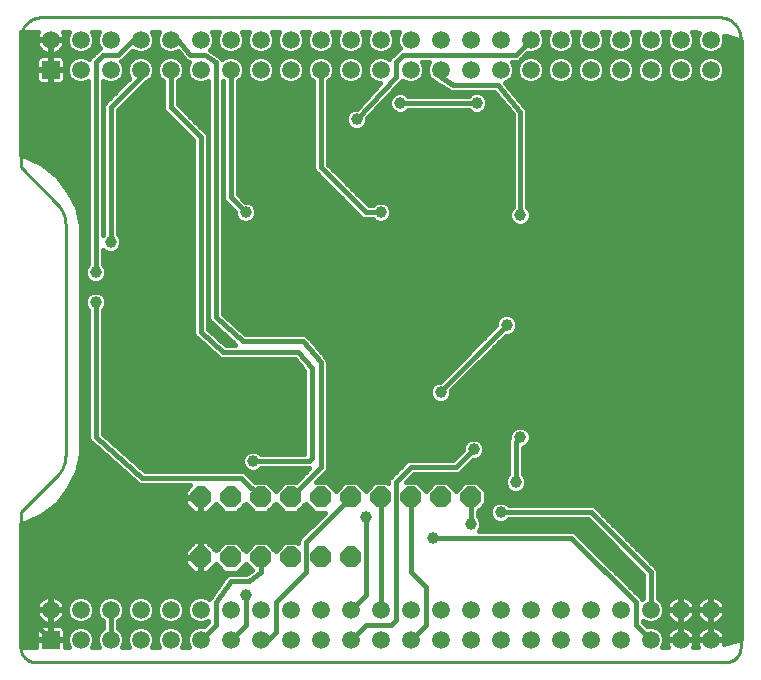
<source format=gbl>
G75*
%MOIN*%
%OFA0B0*%
%FSLAX25Y25*%
%IPPOS*%
%LPD*%
%AMOC8*
5,1,8,0,0,1.08239X$1,22.5*
%
%ADD10C,0.01000*%
%ADD11R,0.05937X0.05937*%
%ADD12C,0.05937*%
%ADD13OC8,0.07000*%
%ADD14C,0.01600*%
%ADD15C,0.03962*%
D10*
X0075000Y0055000D02*
X0305000Y0055000D01*
X0305140Y0055002D01*
X0305280Y0055008D01*
X0305420Y0055018D01*
X0305560Y0055031D01*
X0305699Y0055049D01*
X0305838Y0055071D01*
X0305975Y0055096D01*
X0306113Y0055125D01*
X0306249Y0055158D01*
X0306384Y0055195D01*
X0306518Y0055236D01*
X0306651Y0055281D01*
X0306783Y0055329D01*
X0306913Y0055381D01*
X0307042Y0055436D01*
X0307169Y0055495D01*
X0307295Y0055558D01*
X0307419Y0055624D01*
X0307540Y0055693D01*
X0307660Y0055766D01*
X0307778Y0055843D01*
X0307893Y0055922D01*
X0308007Y0056005D01*
X0308117Y0056091D01*
X0308226Y0056180D01*
X0308332Y0056272D01*
X0308435Y0056367D01*
X0308536Y0056464D01*
X0308633Y0056565D01*
X0308728Y0056668D01*
X0308820Y0056774D01*
X0308909Y0056883D01*
X0308995Y0056993D01*
X0309078Y0057107D01*
X0309157Y0057222D01*
X0309234Y0057340D01*
X0309307Y0057460D01*
X0309376Y0057581D01*
X0309442Y0057705D01*
X0309505Y0057831D01*
X0309564Y0057958D01*
X0309619Y0058087D01*
X0309671Y0058217D01*
X0309719Y0058349D01*
X0309764Y0058482D01*
X0309805Y0058616D01*
X0309842Y0058751D01*
X0309875Y0058887D01*
X0309904Y0059025D01*
X0309929Y0059162D01*
X0309951Y0059301D01*
X0309969Y0059440D01*
X0309982Y0059580D01*
X0309992Y0059720D01*
X0309998Y0059860D01*
X0310000Y0060000D01*
X0310000Y0262929D01*
X0309998Y0263100D01*
X0309992Y0263271D01*
X0309981Y0263441D01*
X0309967Y0263611D01*
X0309948Y0263781D01*
X0309926Y0263951D01*
X0309899Y0264119D01*
X0309868Y0264288D01*
X0309833Y0264455D01*
X0309795Y0264621D01*
X0309752Y0264787D01*
X0309705Y0264951D01*
X0309654Y0265114D01*
X0309599Y0265276D01*
X0309540Y0265436D01*
X0309478Y0265595D01*
X0309412Y0265753D01*
X0309342Y0265909D01*
X0309268Y0266063D01*
X0309190Y0266215D01*
X0309109Y0266365D01*
X0309024Y0266514D01*
X0308936Y0266660D01*
X0308844Y0266804D01*
X0308748Y0266946D01*
X0308650Y0267085D01*
X0308547Y0267222D01*
X0308442Y0267357D01*
X0308333Y0267489D01*
X0308222Y0267618D01*
X0308107Y0267744D01*
X0307989Y0267868D01*
X0307868Y0267989D01*
X0307744Y0268107D01*
X0307618Y0268222D01*
X0307489Y0268333D01*
X0307357Y0268442D01*
X0307222Y0268547D01*
X0307085Y0268650D01*
X0306946Y0268748D01*
X0306804Y0268844D01*
X0306660Y0268936D01*
X0306514Y0269024D01*
X0306365Y0269109D01*
X0306215Y0269190D01*
X0306063Y0269268D01*
X0305909Y0269342D01*
X0305753Y0269412D01*
X0305595Y0269478D01*
X0305436Y0269540D01*
X0305276Y0269599D01*
X0305114Y0269654D01*
X0304951Y0269705D01*
X0304787Y0269752D01*
X0304621Y0269795D01*
X0304455Y0269833D01*
X0304288Y0269868D01*
X0304119Y0269899D01*
X0303951Y0269926D01*
X0303781Y0269948D01*
X0303611Y0269967D01*
X0303441Y0269981D01*
X0303271Y0269992D01*
X0303100Y0269998D01*
X0302929Y0270000D01*
X0077071Y0270000D01*
X0070000Y0265000D02*
X0070000Y0220000D01*
X0082071Y0207929D01*
X0085000Y0200858D02*
X0085000Y0124142D01*
X0084997Y0123904D01*
X0084989Y0123666D01*
X0084975Y0123429D01*
X0084955Y0123191D01*
X0084929Y0122955D01*
X0084898Y0122719D01*
X0084862Y0122484D01*
X0084819Y0122249D01*
X0084771Y0122016D01*
X0084718Y0121784D01*
X0084659Y0121554D01*
X0084595Y0121325D01*
X0084525Y0121097D01*
X0084450Y0120871D01*
X0084369Y0120647D01*
X0084284Y0120425D01*
X0084193Y0120205D01*
X0084096Y0119988D01*
X0083995Y0119773D01*
X0083888Y0119560D01*
X0083777Y0119350D01*
X0083660Y0119142D01*
X0083539Y0118937D01*
X0083413Y0118736D01*
X0083281Y0118537D01*
X0083146Y0118341D01*
X0083005Y0118149D01*
X0082861Y0117960D01*
X0082711Y0117775D01*
X0082557Y0117593D01*
X0082400Y0117415D01*
X0082237Y0117241D01*
X0082071Y0117071D01*
X0070000Y0105000D01*
X0070000Y0060000D01*
X0070002Y0059860D01*
X0070008Y0059720D01*
X0070018Y0059580D01*
X0070031Y0059440D01*
X0070049Y0059301D01*
X0070071Y0059162D01*
X0070096Y0059025D01*
X0070125Y0058887D01*
X0070158Y0058751D01*
X0070195Y0058616D01*
X0070236Y0058482D01*
X0070281Y0058349D01*
X0070329Y0058217D01*
X0070381Y0058087D01*
X0070436Y0057958D01*
X0070495Y0057831D01*
X0070558Y0057705D01*
X0070624Y0057581D01*
X0070693Y0057460D01*
X0070766Y0057340D01*
X0070843Y0057222D01*
X0070922Y0057107D01*
X0071005Y0056993D01*
X0071091Y0056883D01*
X0071180Y0056774D01*
X0071272Y0056668D01*
X0071367Y0056565D01*
X0071464Y0056464D01*
X0071565Y0056367D01*
X0071668Y0056272D01*
X0071774Y0056180D01*
X0071883Y0056091D01*
X0071993Y0056005D01*
X0072107Y0055922D01*
X0072222Y0055843D01*
X0072340Y0055766D01*
X0072460Y0055693D01*
X0072581Y0055624D01*
X0072705Y0055558D01*
X0072831Y0055495D01*
X0072958Y0055436D01*
X0073087Y0055381D01*
X0073217Y0055329D01*
X0073349Y0055281D01*
X0073482Y0055236D01*
X0073616Y0055195D01*
X0073751Y0055158D01*
X0073887Y0055125D01*
X0074025Y0055096D01*
X0074162Y0055071D01*
X0074301Y0055049D01*
X0074440Y0055031D01*
X0074580Y0055018D01*
X0074720Y0055008D01*
X0074860Y0055002D01*
X0075000Y0055000D01*
X0074860Y0055002D01*
X0074720Y0055008D01*
X0074580Y0055018D01*
X0074440Y0055031D01*
X0074301Y0055049D01*
X0074162Y0055071D01*
X0074025Y0055096D01*
X0073887Y0055125D01*
X0073751Y0055158D01*
X0073616Y0055195D01*
X0073482Y0055236D01*
X0073349Y0055281D01*
X0073217Y0055329D01*
X0073087Y0055381D01*
X0072958Y0055436D01*
X0072831Y0055495D01*
X0072705Y0055558D01*
X0072581Y0055624D01*
X0072460Y0055693D01*
X0072340Y0055766D01*
X0072222Y0055843D01*
X0072107Y0055922D01*
X0071993Y0056005D01*
X0071883Y0056091D01*
X0071774Y0056180D01*
X0071668Y0056272D01*
X0071565Y0056367D01*
X0071464Y0056464D01*
X0071367Y0056565D01*
X0071272Y0056668D01*
X0071180Y0056774D01*
X0071091Y0056883D01*
X0071005Y0056993D01*
X0070922Y0057107D01*
X0070843Y0057222D01*
X0070766Y0057340D01*
X0070693Y0057460D01*
X0070624Y0057581D01*
X0070558Y0057705D01*
X0070495Y0057831D01*
X0070436Y0057958D01*
X0070381Y0058087D01*
X0070329Y0058217D01*
X0070281Y0058349D01*
X0070236Y0058482D01*
X0070195Y0058616D01*
X0070158Y0058751D01*
X0070125Y0058887D01*
X0070096Y0059025D01*
X0070071Y0059162D01*
X0070049Y0059301D01*
X0070031Y0059440D01*
X0070018Y0059580D01*
X0070008Y0059720D01*
X0070002Y0059860D01*
X0070000Y0060000D01*
X0085000Y0200858D02*
X0084997Y0201096D01*
X0084989Y0201334D01*
X0084975Y0201571D01*
X0084955Y0201809D01*
X0084929Y0202045D01*
X0084898Y0202281D01*
X0084862Y0202516D01*
X0084819Y0202751D01*
X0084771Y0202984D01*
X0084718Y0203216D01*
X0084659Y0203446D01*
X0084595Y0203675D01*
X0084525Y0203903D01*
X0084450Y0204129D01*
X0084369Y0204353D01*
X0084284Y0204575D01*
X0084193Y0204795D01*
X0084096Y0205012D01*
X0083995Y0205227D01*
X0083888Y0205440D01*
X0083777Y0205650D01*
X0083660Y0205858D01*
X0083539Y0206063D01*
X0083413Y0206264D01*
X0083281Y0206463D01*
X0083146Y0206659D01*
X0083005Y0206851D01*
X0082861Y0207040D01*
X0082711Y0207225D01*
X0082557Y0207407D01*
X0082400Y0207585D01*
X0082237Y0207759D01*
X0082071Y0207929D01*
X0070000Y0262929D02*
X0070002Y0263100D01*
X0070008Y0263271D01*
X0070019Y0263441D01*
X0070033Y0263611D01*
X0070052Y0263781D01*
X0070074Y0263951D01*
X0070101Y0264119D01*
X0070132Y0264288D01*
X0070167Y0264455D01*
X0070205Y0264621D01*
X0070248Y0264787D01*
X0070295Y0264951D01*
X0070346Y0265114D01*
X0070401Y0265276D01*
X0070460Y0265436D01*
X0070522Y0265595D01*
X0070588Y0265753D01*
X0070658Y0265909D01*
X0070732Y0266063D01*
X0070810Y0266215D01*
X0070891Y0266365D01*
X0070976Y0266514D01*
X0071064Y0266660D01*
X0071156Y0266804D01*
X0071252Y0266946D01*
X0071350Y0267085D01*
X0071453Y0267222D01*
X0071558Y0267357D01*
X0071667Y0267489D01*
X0071778Y0267618D01*
X0071893Y0267744D01*
X0072011Y0267868D01*
X0072132Y0267989D01*
X0072256Y0268107D01*
X0072382Y0268222D01*
X0072511Y0268333D01*
X0072643Y0268442D01*
X0072778Y0268547D01*
X0072915Y0268650D01*
X0073054Y0268748D01*
X0073196Y0268844D01*
X0073340Y0268936D01*
X0073486Y0269024D01*
X0073635Y0269109D01*
X0073785Y0269190D01*
X0073937Y0269268D01*
X0074091Y0269342D01*
X0074247Y0269412D01*
X0074405Y0269478D01*
X0074564Y0269540D01*
X0074724Y0269599D01*
X0074886Y0269654D01*
X0075049Y0269705D01*
X0075213Y0269752D01*
X0075379Y0269795D01*
X0075545Y0269833D01*
X0075712Y0269868D01*
X0075881Y0269899D01*
X0076049Y0269926D01*
X0076219Y0269948D01*
X0076389Y0269967D01*
X0076559Y0269981D01*
X0076729Y0269992D01*
X0076900Y0269998D01*
X0077071Y0270000D01*
D11*
X0080000Y0252500D03*
X0080000Y0062500D03*
D12*
X0090000Y0062500D03*
X0100000Y0062500D03*
X0110000Y0062500D03*
X0120000Y0062500D03*
X0130000Y0062500D03*
X0140000Y0062500D03*
X0150000Y0062500D03*
X0160000Y0062500D03*
X0170000Y0062500D03*
X0180000Y0062500D03*
X0190000Y0062500D03*
X0200000Y0062500D03*
X0210000Y0062500D03*
X0220000Y0062500D03*
X0230000Y0062500D03*
X0240000Y0062500D03*
X0250000Y0062500D03*
X0260000Y0062500D03*
X0270000Y0062500D03*
X0280000Y0062500D03*
X0290000Y0062500D03*
X0300000Y0062500D03*
X0300000Y0072500D03*
X0290000Y0072500D03*
X0280000Y0072500D03*
X0270000Y0072500D03*
X0260000Y0072500D03*
X0250000Y0072500D03*
X0240000Y0072500D03*
X0230000Y0072500D03*
X0220000Y0072500D03*
X0210000Y0072500D03*
X0200000Y0072500D03*
X0190000Y0072500D03*
X0180000Y0072500D03*
X0170000Y0072500D03*
X0160000Y0072500D03*
X0150000Y0072500D03*
X0140000Y0072500D03*
X0130000Y0072500D03*
X0120000Y0072500D03*
X0110000Y0072500D03*
X0100000Y0072500D03*
X0090000Y0072500D03*
X0080000Y0072500D03*
X0090000Y0252500D03*
X0100000Y0252500D03*
X0110000Y0252500D03*
X0120000Y0252500D03*
X0130000Y0252500D03*
X0140000Y0252500D03*
X0150000Y0252500D03*
X0160000Y0252500D03*
X0170000Y0252500D03*
X0180000Y0252500D03*
X0190000Y0252500D03*
X0200000Y0252500D03*
X0210000Y0252500D03*
X0220000Y0252500D03*
X0230000Y0252500D03*
X0240000Y0252500D03*
X0250000Y0252500D03*
X0260000Y0252500D03*
X0270000Y0252500D03*
X0280000Y0252500D03*
X0290000Y0252500D03*
X0300000Y0252500D03*
X0300000Y0262500D03*
X0290000Y0262500D03*
X0280000Y0262500D03*
X0270000Y0262500D03*
X0260000Y0262500D03*
X0250000Y0262500D03*
X0240000Y0262500D03*
X0230000Y0262500D03*
X0220000Y0262500D03*
X0210000Y0262500D03*
X0200000Y0262500D03*
X0190000Y0262500D03*
X0180000Y0262500D03*
X0170000Y0262500D03*
X0160000Y0262500D03*
X0150000Y0262500D03*
X0140000Y0262500D03*
X0130000Y0262500D03*
X0120000Y0262500D03*
X0110000Y0262500D03*
X0100000Y0262500D03*
X0090000Y0262500D03*
X0080000Y0262500D03*
D13*
X0130000Y0110000D03*
X0140000Y0110000D03*
X0150000Y0110000D03*
X0160000Y0110000D03*
X0170000Y0110000D03*
X0180000Y0110000D03*
X0190000Y0110000D03*
X0200000Y0110000D03*
X0210000Y0110000D03*
X0220000Y0110000D03*
X0180000Y0090000D03*
X0170000Y0090000D03*
X0160000Y0090000D03*
X0150000Y0090000D03*
X0140000Y0090000D03*
X0130000Y0090000D03*
D14*
X0090000Y0090000D01*
X0080000Y0080000D01*
X0080000Y0072500D01*
X0080184Y0072684D02*
X0084768Y0072684D01*
X0084768Y0072875D01*
X0084651Y0073617D01*
X0084419Y0074330D01*
X0084078Y0074999D01*
X0083637Y0075606D01*
X0083106Y0076137D01*
X0082499Y0076578D01*
X0081830Y0076919D01*
X0081117Y0077151D01*
X0080375Y0077268D01*
X0080184Y0077268D01*
X0080184Y0072684D01*
X0080184Y0072316D01*
X0080184Y0067731D01*
X0080375Y0067731D01*
X0081117Y0067849D01*
X0081830Y0068081D01*
X0082499Y0068422D01*
X0083106Y0068863D01*
X0083637Y0069394D01*
X0084078Y0070001D01*
X0084419Y0070670D01*
X0084651Y0071383D01*
X0084768Y0072125D01*
X0084768Y0072316D01*
X0080184Y0072316D01*
X0079816Y0072316D01*
X0079816Y0067731D01*
X0079625Y0067731D01*
X0078883Y0067849D01*
X0078170Y0068081D01*
X0077501Y0068422D01*
X0076894Y0068863D01*
X0076363Y0069394D01*
X0075922Y0070001D01*
X0075581Y0070670D01*
X0075349Y0071383D01*
X0075231Y0072125D01*
X0075231Y0072316D01*
X0079816Y0072316D01*
X0079816Y0072684D01*
X0075231Y0072684D01*
X0075231Y0072875D01*
X0075349Y0073617D01*
X0075581Y0074330D01*
X0075922Y0074999D01*
X0076363Y0075606D01*
X0076894Y0076137D01*
X0077501Y0076578D01*
X0078170Y0076919D01*
X0078883Y0077151D01*
X0079625Y0077268D01*
X0079816Y0077268D01*
X0079816Y0072684D01*
X0080184Y0072684D01*
X0080184Y0072137D02*
X0079816Y0072137D01*
X0079816Y0070539D02*
X0080184Y0070539D01*
X0080184Y0068940D02*
X0079816Y0068940D01*
X0079816Y0067268D02*
X0076795Y0067268D01*
X0076337Y0067146D01*
X0075926Y0066909D01*
X0075591Y0066574D01*
X0075354Y0066163D01*
X0075231Y0065705D01*
X0075231Y0062684D01*
X0079816Y0062684D01*
X0079816Y0062316D01*
X0075231Y0062316D01*
X0075231Y0060050D01*
X0070000Y0060050D01*
X0070000Y0100953D01*
X0071657Y0101331D01*
X0077250Y0104025D01*
X0077250Y0104025D01*
X0082104Y0107896D01*
X0085975Y0112750D01*
X0088669Y0118343D01*
X0090050Y0124396D01*
X0090050Y0200604D01*
X0088669Y0206657D01*
X0085975Y0212250D01*
X0085975Y0212250D01*
X0082104Y0217104D01*
X0077250Y0220975D01*
X0071657Y0223669D01*
X0070000Y0224047D01*
X0070000Y0264950D01*
X0075897Y0264950D01*
X0075581Y0264330D01*
X0075349Y0263617D01*
X0075231Y0262875D01*
X0075231Y0262684D01*
X0079816Y0262684D01*
X0079816Y0262316D01*
X0080184Y0262316D01*
X0080184Y0257731D01*
X0080375Y0257731D01*
X0081117Y0257849D01*
X0081830Y0258081D01*
X0082499Y0258422D01*
X0083106Y0258863D01*
X0083637Y0259394D01*
X0084078Y0260001D01*
X0084419Y0260670D01*
X0084651Y0261383D01*
X0084768Y0262125D01*
X0084768Y0262316D01*
X0080184Y0262316D01*
X0080184Y0262684D01*
X0084768Y0262684D01*
X0084768Y0262875D01*
X0084651Y0263617D01*
X0084419Y0264330D01*
X0084103Y0264950D01*
X0086070Y0264950D01*
X0085431Y0263409D01*
X0085431Y0261591D01*
X0086127Y0259912D01*
X0087412Y0258627D01*
X0089091Y0257931D01*
X0090909Y0257931D01*
X0092588Y0258627D01*
X0093873Y0259912D01*
X0094568Y0261591D01*
X0094568Y0263409D01*
X0093930Y0264950D01*
X0096070Y0264950D01*
X0095431Y0263409D01*
X0095431Y0261591D01*
X0096127Y0259912D01*
X0096398Y0259641D01*
X0096141Y0259535D01*
X0093641Y0257035D01*
X0092965Y0256359D01*
X0092859Y0256102D01*
X0092588Y0256373D01*
X0090909Y0257068D01*
X0089091Y0257068D01*
X0087412Y0256373D01*
X0086127Y0255088D01*
X0085431Y0253409D01*
X0085431Y0251591D01*
X0086127Y0249912D01*
X0087412Y0248627D01*
X0089091Y0247931D01*
X0090909Y0247931D01*
X0092588Y0248627D01*
X0092600Y0248639D01*
X0092600Y0187664D01*
X0091964Y0187029D01*
X0091419Y0185712D01*
X0091419Y0184288D01*
X0091964Y0182971D01*
X0092971Y0181964D01*
X0094288Y0181419D01*
X0095712Y0181419D01*
X0097029Y0181964D01*
X0098036Y0182971D01*
X0098581Y0184288D01*
X0098581Y0185712D01*
X0098036Y0187029D01*
X0097400Y0187664D01*
X0097400Y0192536D01*
X0097971Y0191964D01*
X0099288Y0191419D01*
X0100712Y0191419D01*
X0102029Y0191964D01*
X0103036Y0192971D01*
X0103581Y0194288D01*
X0103581Y0195712D01*
X0103036Y0197029D01*
X0102400Y0197664D01*
X0102400Y0239006D01*
X0111620Y0248226D01*
X0112588Y0248627D01*
X0113873Y0249912D01*
X0114568Y0251591D01*
X0114568Y0253409D01*
X0113873Y0255088D01*
X0112588Y0256373D01*
X0110909Y0257068D01*
X0109091Y0257068D01*
X0107412Y0256373D01*
X0106127Y0255088D01*
X0105431Y0253409D01*
X0105431Y0251591D01*
X0106127Y0249912D01*
X0106323Y0249717D01*
X0097965Y0241359D01*
X0097600Y0240477D01*
X0097600Y0197664D01*
X0097400Y0197464D01*
X0097400Y0248639D01*
X0097412Y0248627D01*
X0099091Y0247931D01*
X0100909Y0247931D01*
X0102588Y0248627D01*
X0103873Y0249912D01*
X0104568Y0251591D01*
X0104568Y0253409D01*
X0103873Y0255088D01*
X0103602Y0255359D01*
X0103859Y0255465D01*
X0104535Y0256141D01*
X0107217Y0258823D01*
X0107412Y0258627D01*
X0109091Y0257931D01*
X0110909Y0257931D01*
X0112588Y0258627D01*
X0113873Y0259912D01*
X0114568Y0261591D01*
X0114568Y0263409D01*
X0113930Y0264950D01*
X0116070Y0264950D01*
X0115431Y0263409D01*
X0115431Y0261591D01*
X0116127Y0259912D01*
X0117412Y0258627D01*
X0119091Y0257931D01*
X0120909Y0257931D01*
X0122541Y0258607D01*
X0124413Y0256267D01*
X0124465Y0256141D01*
X0124709Y0255897D01*
X0124924Y0255628D01*
X0125044Y0255562D01*
X0125141Y0255465D01*
X0125459Y0255334D01*
X0125760Y0255167D01*
X0125896Y0255152D01*
X0126023Y0255100D01*
X0126139Y0255100D01*
X0126127Y0255088D01*
X0125431Y0253409D01*
X0125431Y0251591D01*
X0126127Y0249912D01*
X0127412Y0248627D01*
X0129091Y0247931D01*
X0130909Y0247931D01*
X0132588Y0248627D01*
X0132600Y0248639D01*
X0132600Y0170404D01*
X0132576Y0170336D01*
X0132600Y0169929D01*
X0132600Y0169523D01*
X0132628Y0169455D01*
X0132632Y0169382D01*
X0132810Y0169016D01*
X0132965Y0168641D01*
X0133017Y0168589D01*
X0133049Y0168523D01*
X0133353Y0168253D01*
X0133641Y0167965D01*
X0133708Y0167937D01*
X0141625Y0160900D01*
X0138395Y0160900D01*
X0132400Y0166096D01*
X0132400Y0230477D01*
X0132035Y0231359D01*
X0131359Y0232035D01*
X0122400Y0240994D01*
X0122400Y0248549D01*
X0122588Y0248627D01*
X0123873Y0249912D01*
X0124568Y0251591D01*
X0124568Y0253409D01*
X0123873Y0255088D01*
X0122588Y0256373D01*
X0120909Y0257068D01*
X0119091Y0257068D01*
X0117412Y0256373D01*
X0116127Y0255088D01*
X0115431Y0253409D01*
X0115431Y0251591D01*
X0116127Y0249912D01*
X0117412Y0248627D01*
X0117600Y0248549D01*
X0117600Y0239523D01*
X0117965Y0238641D01*
X0127600Y0229006D01*
X0127600Y0165389D01*
X0127572Y0165305D01*
X0127600Y0164914D01*
X0127600Y0164523D01*
X0127634Y0164441D01*
X0127640Y0164353D01*
X0127815Y0164002D01*
X0127965Y0163641D01*
X0128028Y0163578D01*
X0128067Y0163499D01*
X0128363Y0163242D01*
X0128641Y0162965D01*
X0128722Y0162932D01*
X0135864Y0156742D01*
X0136141Y0156465D01*
X0136222Y0156432D01*
X0136289Y0156374D01*
X0136661Y0156250D01*
X0137023Y0156100D01*
X0137111Y0156100D01*
X0137195Y0156072D01*
X0137586Y0156100D01*
X0161363Y0156100D01*
X0164600Y0152143D01*
X0164600Y0124400D01*
X0150164Y0124400D01*
X0149529Y0125036D01*
X0148212Y0125581D01*
X0146788Y0125581D01*
X0145471Y0125036D01*
X0144464Y0124029D01*
X0143919Y0122712D01*
X0143919Y0121288D01*
X0144464Y0119971D01*
X0145471Y0118964D01*
X0146788Y0118419D01*
X0148212Y0118419D01*
X0149529Y0118964D01*
X0150164Y0119600D01*
X0166206Y0119600D01*
X0161706Y0115100D01*
X0157888Y0115100D01*
X0155000Y0112212D01*
X0152112Y0115100D01*
X0148294Y0115100D01*
X0144859Y0118535D01*
X0143977Y0118900D01*
X0111399Y0118900D01*
X0097400Y0131092D01*
X0097400Y0172336D01*
X0098036Y0172971D01*
X0098581Y0174288D01*
X0098581Y0175712D01*
X0098036Y0177029D01*
X0097029Y0178036D01*
X0095712Y0178581D01*
X0094288Y0178581D01*
X0092971Y0178036D01*
X0091964Y0177029D01*
X0091419Y0175712D01*
X0091419Y0174288D01*
X0091964Y0172971D01*
X0092600Y0172336D01*
X0092600Y0130392D01*
X0092573Y0130311D01*
X0092600Y0129917D01*
X0092600Y0129523D01*
X0092633Y0129444D01*
X0092639Y0129359D01*
X0092814Y0129005D01*
X0092965Y0128641D01*
X0093026Y0128580D01*
X0093064Y0128504D01*
X0093361Y0128244D01*
X0093641Y0127965D01*
X0093719Y0127933D01*
X0108861Y0114744D01*
X0109141Y0114465D01*
X0109219Y0114433D01*
X0109284Y0114377D01*
X0109658Y0114251D01*
X0110023Y0114100D01*
X0110108Y0114100D01*
X0110189Y0114073D01*
X0110583Y0114100D01*
X0126605Y0114100D01*
X0124700Y0112195D01*
X0124700Y0110200D01*
X0129800Y0110200D01*
X0129800Y0109800D01*
X0130200Y0109800D01*
X0130200Y0104700D01*
X0132195Y0104700D01*
X0135141Y0107646D01*
X0137888Y0104900D01*
X0142112Y0104900D01*
X0145000Y0107788D01*
X0147888Y0104900D01*
X0152112Y0104900D01*
X0155000Y0107788D01*
X0157888Y0104900D01*
X0162112Y0104900D01*
X0165000Y0107788D01*
X0167888Y0104900D01*
X0171506Y0104900D01*
X0162965Y0096359D01*
X0162600Y0095477D01*
X0162600Y0094612D01*
X0162112Y0095100D01*
X0157888Y0095100D01*
X0155000Y0092212D01*
X0152112Y0095100D01*
X0147888Y0095100D01*
X0145000Y0092212D01*
X0142112Y0095100D01*
X0137888Y0095100D01*
X0135141Y0092354D01*
X0132195Y0095300D01*
X0130200Y0095300D01*
X0130200Y0090200D01*
X0129800Y0090200D01*
X0129800Y0095300D01*
X0127805Y0095300D01*
X0124700Y0092195D01*
X0124700Y0090200D01*
X0129800Y0090200D01*
X0129800Y0089800D01*
X0130200Y0089800D01*
X0130200Y0084700D01*
X0132195Y0084700D01*
X0135141Y0087646D01*
X0137888Y0084900D01*
X0142112Y0084900D01*
X0145000Y0087788D01*
X0147021Y0085766D01*
X0145200Y0084400D01*
X0140274Y0084400D01*
X0140076Y0084446D01*
X0139801Y0084400D01*
X0139523Y0084400D01*
X0139335Y0084322D01*
X0139135Y0084289D01*
X0138898Y0084141D01*
X0138641Y0084035D01*
X0138497Y0083891D01*
X0138325Y0083783D01*
X0138162Y0083557D01*
X0137965Y0083359D01*
X0137888Y0083172D01*
X0133163Y0076557D01*
X0132965Y0076359D01*
X0132888Y0076172D01*
X0132847Y0076114D01*
X0132588Y0076373D01*
X0130909Y0077068D01*
X0129091Y0077068D01*
X0127412Y0076373D01*
X0126127Y0075088D01*
X0125431Y0073409D01*
X0125431Y0071591D01*
X0126127Y0069912D01*
X0127412Y0068627D01*
X0129091Y0067931D01*
X0130909Y0067931D01*
X0132588Y0068627D01*
X0132600Y0068639D01*
X0132600Y0068494D01*
X0131097Y0066991D01*
X0130909Y0067068D01*
X0129091Y0067068D01*
X0127412Y0066373D01*
X0126127Y0065088D01*
X0125431Y0063409D01*
X0125431Y0061591D01*
X0126070Y0060050D01*
X0123930Y0060050D01*
X0124568Y0061591D01*
X0124568Y0063409D01*
X0123873Y0065088D01*
X0122588Y0066373D01*
X0120909Y0067068D01*
X0119091Y0067068D01*
X0117412Y0066373D01*
X0116127Y0065088D01*
X0115431Y0063409D01*
X0115431Y0061591D01*
X0116070Y0060050D01*
X0113930Y0060050D01*
X0114568Y0061591D01*
X0114568Y0063409D01*
X0113873Y0065088D01*
X0112588Y0066373D01*
X0110909Y0067068D01*
X0109091Y0067068D01*
X0107412Y0066373D01*
X0106127Y0065088D01*
X0105431Y0063409D01*
X0105431Y0061591D01*
X0106070Y0060050D01*
X0103930Y0060050D01*
X0104568Y0061591D01*
X0104568Y0063409D01*
X0103873Y0065088D01*
X0102588Y0066373D01*
X0102400Y0066451D01*
X0102400Y0068549D01*
X0102588Y0068627D01*
X0103873Y0069912D01*
X0104568Y0071591D01*
X0104568Y0073409D01*
X0103873Y0075088D01*
X0102588Y0076373D01*
X0100909Y0077068D01*
X0099091Y0077068D01*
X0097412Y0076373D01*
X0096127Y0075088D01*
X0095431Y0073409D01*
X0095431Y0071591D01*
X0096127Y0069912D01*
X0097412Y0068627D01*
X0097600Y0068549D01*
X0097600Y0066451D01*
X0097412Y0066373D01*
X0096127Y0065088D01*
X0095431Y0063409D01*
X0095431Y0061591D01*
X0096070Y0060050D01*
X0093930Y0060050D01*
X0094568Y0061591D01*
X0094568Y0063409D01*
X0093873Y0065088D01*
X0092588Y0066373D01*
X0090909Y0067068D01*
X0089091Y0067068D01*
X0087412Y0066373D01*
X0086127Y0065088D01*
X0085431Y0063409D01*
X0085431Y0061591D01*
X0086070Y0060050D01*
X0084768Y0060050D01*
X0084768Y0062316D01*
X0080184Y0062316D01*
X0080184Y0062684D01*
X0079816Y0062684D01*
X0079816Y0067268D01*
X0080184Y0067268D02*
X0080184Y0062684D01*
X0084768Y0062684D01*
X0084768Y0065705D01*
X0084646Y0066163D01*
X0084409Y0066574D01*
X0084074Y0066909D01*
X0083663Y0067146D01*
X0083205Y0067268D01*
X0080184Y0067268D01*
X0080184Y0065743D02*
X0079816Y0065743D01*
X0079816Y0064145D02*
X0080184Y0064145D01*
X0080184Y0062546D02*
X0085431Y0062546D01*
X0085698Y0060948D02*
X0084768Y0060948D01*
X0084768Y0064145D02*
X0085736Y0064145D01*
X0084758Y0065743D02*
X0086783Y0065743D01*
X0087412Y0068627D02*
X0089091Y0067931D01*
X0090909Y0067931D01*
X0092588Y0068627D01*
X0093873Y0069912D01*
X0094568Y0071591D01*
X0094568Y0073409D01*
X0093873Y0075088D01*
X0092588Y0076373D01*
X0090909Y0077068D01*
X0089091Y0077068D01*
X0087412Y0076373D01*
X0086127Y0075088D01*
X0085431Y0073409D01*
X0085431Y0071591D01*
X0086127Y0069912D01*
X0087412Y0068627D01*
X0087099Y0068940D02*
X0083184Y0068940D01*
X0084353Y0070539D02*
X0085867Y0070539D01*
X0085431Y0072137D02*
X0084768Y0072137D01*
X0084612Y0073736D02*
X0085567Y0073736D01*
X0086374Y0075334D02*
X0083835Y0075334D01*
X0081788Y0076933D02*
X0088764Y0076933D01*
X0091236Y0076933D02*
X0098764Y0076933D01*
X0101236Y0076933D02*
X0108764Y0076933D01*
X0109091Y0077068D02*
X0107412Y0076373D01*
X0106127Y0075088D01*
X0105431Y0073409D01*
X0105431Y0071591D01*
X0106127Y0069912D01*
X0107412Y0068627D01*
X0109091Y0067931D01*
X0110909Y0067931D01*
X0112588Y0068627D01*
X0113873Y0069912D01*
X0114568Y0071591D01*
X0114568Y0073409D01*
X0113873Y0075088D01*
X0112588Y0076373D01*
X0110909Y0077068D01*
X0109091Y0077068D01*
X0111236Y0076933D02*
X0118764Y0076933D01*
X0119091Y0077068D02*
X0117412Y0076373D01*
X0116127Y0075088D01*
X0115431Y0073409D01*
X0115431Y0071591D01*
X0116127Y0069912D01*
X0117412Y0068627D01*
X0119091Y0067931D01*
X0120909Y0067931D01*
X0122588Y0068627D01*
X0123873Y0069912D01*
X0124568Y0071591D01*
X0124568Y0073409D01*
X0123873Y0075088D01*
X0122588Y0076373D01*
X0120909Y0077068D01*
X0119091Y0077068D01*
X0121236Y0076933D02*
X0128764Y0076933D01*
X0131236Y0076933D02*
X0133431Y0076933D01*
X0134573Y0078532D02*
X0070000Y0078532D01*
X0070000Y0080130D02*
X0135715Y0080130D01*
X0136857Y0081729D02*
X0070000Y0081729D01*
X0070000Y0083327D02*
X0137952Y0083327D01*
X0137862Y0084926D02*
X0132421Y0084926D01*
X0130200Y0084926D02*
X0129800Y0084926D01*
X0129800Y0084700D02*
X0129800Y0089800D01*
X0124700Y0089800D01*
X0124700Y0087805D01*
X0127805Y0084700D01*
X0129800Y0084700D01*
X0129800Y0086524D02*
X0130200Y0086524D01*
X0130200Y0088123D02*
X0129800Y0088123D01*
X0129800Y0089721D02*
X0130200Y0089721D01*
X0130200Y0091320D02*
X0129800Y0091320D01*
X0129800Y0092918D02*
X0130200Y0092918D01*
X0130200Y0094517D02*
X0129800Y0094517D01*
X0127021Y0094517D02*
X0070000Y0094517D01*
X0070000Y0096115D02*
X0162864Y0096115D01*
X0164320Y0097714D02*
X0070000Y0097714D01*
X0070000Y0099312D02*
X0165918Y0099312D01*
X0167517Y0100911D02*
X0070000Y0100911D01*
X0071657Y0101331D02*
X0071657Y0101331D01*
X0074102Y0102509D02*
X0169115Y0102509D01*
X0170714Y0104108D02*
X0077354Y0104108D01*
X0079358Y0105706D02*
X0126798Y0105706D01*
X0127805Y0104700D02*
X0129800Y0104700D01*
X0129800Y0109800D01*
X0124700Y0109800D01*
X0124700Y0107805D01*
X0127805Y0104700D01*
X0129800Y0105706D02*
X0130200Y0105706D01*
X0130200Y0107305D02*
X0129800Y0107305D01*
X0129800Y0108903D02*
X0130200Y0108903D01*
X0130000Y0110000D02*
X0095000Y0110000D01*
X0075000Y0090000D01*
X0075000Y0067500D01*
X0080000Y0062500D01*
X0079816Y0062546D02*
X0070000Y0062546D01*
X0070000Y0060948D02*
X0075231Y0060948D01*
X0075231Y0064145D02*
X0070000Y0064145D01*
X0070000Y0065743D02*
X0075242Y0065743D01*
X0070000Y0067342D02*
X0097600Y0067342D01*
X0097099Y0068940D02*
X0092901Y0068940D01*
X0094133Y0070539D02*
X0095867Y0070539D01*
X0095431Y0072137D02*
X0094568Y0072137D01*
X0094433Y0073736D02*
X0095567Y0073736D01*
X0096374Y0075334D02*
X0093626Y0075334D01*
X0100000Y0072500D02*
X0100000Y0062500D01*
X0096783Y0065743D02*
X0093217Y0065743D01*
X0094264Y0064145D02*
X0095736Y0064145D01*
X0095431Y0062546D02*
X0094568Y0062546D01*
X0094302Y0060948D02*
X0095698Y0060948D01*
X0103217Y0065743D02*
X0106783Y0065743D01*
X0105736Y0064145D02*
X0104264Y0064145D01*
X0104568Y0062546D02*
X0105431Y0062546D01*
X0105698Y0060948D02*
X0104302Y0060948D01*
X0102400Y0067342D02*
X0131448Y0067342D01*
X0135000Y0067500D02*
X0135000Y0075000D01*
X0140000Y0082000D01*
X0146000Y0082000D01*
X0150000Y0085000D01*
X0150000Y0090000D01*
X0146263Y0086524D02*
X0143737Y0086524D01*
X0142138Y0084926D02*
X0145901Y0084926D01*
X0145000Y0077500D02*
X0145000Y0067500D01*
X0140000Y0062500D01*
X0135000Y0067500D02*
X0130000Y0062500D01*
X0126783Y0065743D02*
X0123217Y0065743D01*
X0124264Y0064145D02*
X0125736Y0064145D01*
X0125431Y0062546D02*
X0124568Y0062546D01*
X0124302Y0060948D02*
X0125698Y0060948D01*
X0116783Y0065743D02*
X0113217Y0065743D01*
X0114264Y0064145D02*
X0115736Y0064145D01*
X0115431Y0062546D02*
X0114568Y0062546D01*
X0114302Y0060948D02*
X0115698Y0060948D01*
X0117099Y0068940D02*
X0112901Y0068940D01*
X0114133Y0070539D02*
X0115867Y0070539D01*
X0115431Y0072137D02*
X0114568Y0072137D01*
X0114433Y0073736D02*
X0115567Y0073736D01*
X0116374Y0075334D02*
X0113626Y0075334D01*
X0106374Y0075334D02*
X0103626Y0075334D01*
X0104433Y0073736D02*
X0105567Y0073736D01*
X0105431Y0072137D02*
X0104568Y0072137D01*
X0104133Y0070539D02*
X0105867Y0070539D01*
X0107099Y0068940D02*
X0102901Y0068940D01*
X0122901Y0068940D02*
X0127099Y0068940D01*
X0125867Y0070539D02*
X0124133Y0070539D01*
X0124568Y0072137D02*
X0125431Y0072137D01*
X0125567Y0073736D02*
X0124433Y0073736D01*
X0123626Y0075334D02*
X0126374Y0075334D01*
X0127579Y0084926D02*
X0070000Y0084926D01*
X0070000Y0086524D02*
X0125981Y0086524D01*
X0124700Y0088123D02*
X0070000Y0088123D01*
X0070000Y0089721D02*
X0124700Y0089721D01*
X0124700Y0091320D02*
X0070000Y0091320D01*
X0070000Y0092918D02*
X0125423Y0092918D01*
X0132979Y0094517D02*
X0137304Y0094517D01*
X0135706Y0092918D02*
X0134577Y0092918D01*
X0134019Y0086524D02*
X0136263Y0086524D01*
X0144294Y0092918D02*
X0145706Y0092918D01*
X0147304Y0094517D02*
X0142696Y0094517D01*
X0152696Y0094517D02*
X0157304Y0094517D01*
X0155706Y0092918D02*
X0154294Y0092918D01*
X0165000Y0095000D02*
X0165000Y0085000D01*
X0155000Y0075000D01*
X0155000Y0065000D01*
X0152500Y0062500D01*
X0150000Y0062500D01*
X0180000Y0062500D02*
X0185000Y0067500D01*
X0193500Y0067500D01*
X0195000Y0069000D01*
X0195000Y0115000D01*
X0200000Y0120000D01*
X0215000Y0120000D01*
X0221000Y0126000D01*
X0217419Y0125813D02*
X0217419Y0126712D01*
X0217964Y0128029D01*
X0218971Y0129036D01*
X0220288Y0129581D01*
X0221712Y0129581D01*
X0223029Y0129036D01*
X0224036Y0128029D01*
X0224581Y0126712D01*
X0224581Y0125288D01*
X0224036Y0123971D01*
X0223029Y0122964D01*
X0221712Y0122419D01*
X0220813Y0122419D01*
X0216359Y0117965D01*
X0215477Y0117600D01*
X0200994Y0117600D01*
X0198494Y0115100D01*
X0202112Y0115100D01*
X0205000Y0112212D01*
X0207888Y0115100D01*
X0212112Y0115100D01*
X0215000Y0112212D01*
X0217888Y0115100D01*
X0222112Y0115100D01*
X0225100Y0112112D01*
X0225100Y0107888D01*
X0222400Y0105188D01*
X0222400Y0103664D01*
X0223036Y0103029D01*
X0223581Y0101712D01*
X0223581Y0100288D01*
X0223036Y0098971D01*
X0222964Y0098900D01*
X0253977Y0098900D01*
X0254859Y0098535D01*
X0276359Y0077035D01*
X0277035Y0076359D01*
X0277141Y0076102D01*
X0277412Y0076373D01*
X0277600Y0076451D01*
X0277600Y0084006D01*
X0259006Y0102600D01*
X0232664Y0102600D01*
X0232029Y0101964D01*
X0230712Y0101419D01*
X0229288Y0101419D01*
X0227971Y0101964D01*
X0226964Y0102971D01*
X0226419Y0104288D01*
X0226419Y0105712D01*
X0226964Y0107029D01*
X0227971Y0108036D01*
X0229288Y0108581D01*
X0230712Y0108581D01*
X0232029Y0108036D01*
X0232664Y0107400D01*
X0260477Y0107400D01*
X0261359Y0107035D01*
X0281359Y0087035D01*
X0282035Y0086359D01*
X0282400Y0085477D01*
X0282400Y0076451D01*
X0282588Y0076373D01*
X0283873Y0075088D01*
X0284568Y0073409D01*
X0284568Y0071591D01*
X0283873Y0069912D01*
X0282588Y0068627D01*
X0280909Y0067931D01*
X0279091Y0067931D01*
X0277412Y0068627D01*
X0277400Y0068639D01*
X0277400Y0068494D01*
X0278903Y0066991D01*
X0279091Y0067068D01*
X0280909Y0067068D01*
X0282588Y0066373D01*
X0283873Y0065088D01*
X0284568Y0063409D01*
X0284568Y0061591D01*
X0283930Y0060050D01*
X0285897Y0060050D01*
X0285581Y0060670D01*
X0285349Y0061383D01*
X0285231Y0062125D01*
X0285231Y0062316D01*
X0289816Y0062316D01*
X0289816Y0062684D01*
X0285231Y0062684D01*
X0285231Y0062875D01*
X0285349Y0063617D01*
X0285581Y0064330D01*
X0285922Y0064999D01*
X0286363Y0065606D01*
X0286894Y0066137D01*
X0287501Y0066578D01*
X0288170Y0066919D01*
X0288883Y0067151D01*
X0289625Y0067268D01*
X0289816Y0067268D01*
X0289816Y0062684D01*
X0290184Y0062684D01*
X0290184Y0067268D01*
X0290375Y0067268D01*
X0291117Y0067151D01*
X0291830Y0066919D01*
X0292499Y0066578D01*
X0293106Y0066137D01*
X0293637Y0065606D01*
X0294078Y0064999D01*
X0294419Y0064330D01*
X0294651Y0063617D01*
X0294768Y0062875D01*
X0294768Y0062684D01*
X0290184Y0062684D01*
X0290184Y0062316D01*
X0294768Y0062316D01*
X0294768Y0062125D01*
X0294651Y0061383D01*
X0294419Y0060670D01*
X0294103Y0060050D01*
X0295000Y0060050D01*
X0295879Y0060085D01*
X0295581Y0060670D01*
X0295349Y0061383D01*
X0295231Y0062125D01*
X0295231Y0062316D01*
X0299816Y0062316D01*
X0299816Y0062684D01*
X0295231Y0062684D01*
X0295231Y0062875D01*
X0295349Y0063617D01*
X0295581Y0064330D01*
X0295922Y0064999D01*
X0296363Y0065606D01*
X0296894Y0066137D01*
X0297501Y0066578D01*
X0298170Y0066919D01*
X0298883Y0067151D01*
X0299625Y0067268D01*
X0299816Y0067268D01*
X0299816Y0062684D01*
X0300184Y0062684D01*
X0300184Y0067268D01*
X0300375Y0067268D01*
X0301117Y0067151D01*
X0301830Y0066919D01*
X0302499Y0066578D01*
X0303106Y0066137D01*
X0303637Y0065606D01*
X0304078Y0064999D01*
X0304419Y0064330D01*
X0304651Y0063617D01*
X0304768Y0062875D01*
X0304768Y0062684D01*
X0300184Y0062684D01*
X0300184Y0062316D01*
X0304768Y0062316D01*
X0304768Y0062125D01*
X0304651Y0061383D01*
X0304574Y0061146D01*
X0305493Y0061292D01*
X0310000Y0062756D01*
X0310000Y0262244D01*
X0305493Y0263708D01*
X0304371Y0263886D01*
X0304568Y0263409D01*
X0304568Y0261591D01*
X0303873Y0259912D01*
X0302588Y0258627D01*
X0300909Y0257931D01*
X0299091Y0257931D01*
X0297412Y0258627D01*
X0296127Y0259912D01*
X0295431Y0261591D01*
X0295431Y0263409D01*
X0296053Y0264909D01*
X0295000Y0264950D01*
X0293930Y0264950D01*
X0294568Y0263409D01*
X0294568Y0261591D01*
X0293873Y0259912D01*
X0292588Y0258627D01*
X0290909Y0257931D01*
X0289091Y0257931D01*
X0287412Y0258627D01*
X0286127Y0259912D01*
X0285431Y0261591D01*
X0285431Y0263409D01*
X0286070Y0264950D01*
X0283930Y0264950D01*
X0284568Y0263409D01*
X0284568Y0261591D01*
X0283873Y0259912D01*
X0282588Y0258627D01*
X0280909Y0257931D01*
X0279091Y0257931D01*
X0277412Y0258627D01*
X0276127Y0259912D01*
X0275431Y0261591D01*
X0275431Y0263409D01*
X0276070Y0264950D01*
X0273930Y0264950D01*
X0274568Y0263409D01*
X0274568Y0261591D01*
X0273873Y0259912D01*
X0272588Y0258627D01*
X0270909Y0257931D01*
X0269091Y0257931D01*
X0267412Y0258627D01*
X0266127Y0259912D01*
X0265431Y0261591D01*
X0265431Y0263409D01*
X0266070Y0264950D01*
X0263930Y0264950D01*
X0264568Y0263409D01*
X0264568Y0261591D01*
X0263873Y0259912D01*
X0262588Y0258627D01*
X0260909Y0257931D01*
X0259091Y0257931D01*
X0257412Y0258627D01*
X0256127Y0259912D01*
X0255431Y0261591D01*
X0255431Y0263409D01*
X0256070Y0264950D01*
X0253930Y0264950D01*
X0254568Y0263409D01*
X0254568Y0261591D01*
X0253873Y0259912D01*
X0252588Y0258627D01*
X0250909Y0257931D01*
X0249091Y0257931D01*
X0247412Y0258627D01*
X0246127Y0259912D01*
X0245431Y0261591D01*
X0245431Y0263409D01*
X0246070Y0264950D01*
X0243930Y0264950D01*
X0244568Y0263409D01*
X0244568Y0261591D01*
X0243873Y0259912D01*
X0242588Y0258627D01*
X0240909Y0257931D01*
X0239091Y0257931D01*
X0238903Y0258009D01*
X0236359Y0255465D01*
X0235477Y0255100D01*
X0233861Y0255100D01*
X0233873Y0255088D01*
X0234568Y0253409D01*
X0234568Y0251591D01*
X0233873Y0249912D01*
X0232588Y0248627D01*
X0231545Y0248195D01*
X0238274Y0240120D01*
X0238535Y0239859D01*
X0238578Y0239756D01*
X0238649Y0239670D01*
X0238759Y0239318D01*
X0238900Y0238977D01*
X0238900Y0238865D01*
X0238933Y0238758D01*
X0238900Y0238391D01*
X0238900Y0206664D01*
X0239536Y0206029D01*
X0240081Y0204712D01*
X0240081Y0203288D01*
X0239536Y0201971D01*
X0238529Y0200964D01*
X0237212Y0200419D01*
X0235788Y0200419D01*
X0234471Y0200964D01*
X0233464Y0201971D01*
X0232919Y0203288D01*
X0232919Y0204712D01*
X0233464Y0206029D01*
X0234100Y0206664D01*
X0234100Y0237631D01*
X0227876Y0245100D01*
X0214273Y0245100D01*
X0214074Y0245054D01*
X0213800Y0245100D01*
X0213523Y0245100D01*
X0213334Y0245178D01*
X0213133Y0245212D01*
X0212897Y0245359D01*
X0212641Y0245465D01*
X0212496Y0245610D01*
X0208897Y0247859D01*
X0208641Y0247965D01*
X0208496Y0248110D01*
X0208323Y0248218D01*
X0208291Y0248263D01*
X0207412Y0248627D01*
X0206127Y0249912D01*
X0205431Y0251591D01*
X0205431Y0253409D01*
X0206127Y0255088D01*
X0206139Y0255100D01*
X0203861Y0255100D01*
X0203873Y0255088D01*
X0204568Y0253409D01*
X0204568Y0251591D01*
X0203873Y0249912D01*
X0202588Y0248627D01*
X0200909Y0247931D01*
X0199091Y0247931D01*
X0197412Y0248627D01*
X0197148Y0248891D01*
X0197084Y0248717D01*
X0197052Y0248683D01*
X0197035Y0248641D01*
X0196728Y0248334D01*
X0185581Y0236330D01*
X0185581Y0235288D01*
X0185036Y0233971D01*
X0184029Y0232964D01*
X0182712Y0232419D01*
X0181288Y0232419D01*
X0179971Y0232964D01*
X0178964Y0233971D01*
X0178419Y0235288D01*
X0178419Y0236712D01*
X0178964Y0238029D01*
X0179971Y0239036D01*
X0181288Y0239581D01*
X0182050Y0239581D01*
X0189804Y0247931D01*
X0189091Y0247931D01*
X0187412Y0248627D01*
X0186127Y0249912D01*
X0185431Y0251591D01*
X0185431Y0253409D01*
X0186127Y0255088D01*
X0187412Y0256373D01*
X0189091Y0257068D01*
X0190909Y0257068D01*
X0192588Y0256373D01*
X0192859Y0256102D01*
X0192965Y0256359D01*
X0195465Y0258859D01*
X0196141Y0259535D01*
X0196398Y0259641D01*
X0196127Y0259912D01*
X0195431Y0261591D01*
X0195431Y0263409D01*
X0196070Y0264950D01*
X0193930Y0264950D01*
X0194568Y0263409D01*
X0194568Y0261591D01*
X0193873Y0259912D01*
X0192588Y0258627D01*
X0190909Y0257931D01*
X0189091Y0257931D01*
X0187412Y0258627D01*
X0186127Y0259912D01*
X0185431Y0261591D01*
X0185431Y0263409D01*
X0186070Y0264950D01*
X0183930Y0264950D01*
X0184568Y0263409D01*
X0184568Y0261591D01*
X0183873Y0259912D01*
X0182588Y0258627D01*
X0180909Y0257931D01*
X0179091Y0257931D01*
X0177412Y0258627D01*
X0176127Y0259912D01*
X0175431Y0261591D01*
X0175431Y0263409D01*
X0176070Y0264950D01*
X0173930Y0264950D01*
X0174568Y0263409D01*
X0174568Y0261591D01*
X0173873Y0259912D01*
X0172588Y0258627D01*
X0170909Y0257931D01*
X0169091Y0257931D01*
X0167412Y0258627D01*
X0166127Y0259912D01*
X0165431Y0261591D01*
X0165431Y0263409D01*
X0166070Y0264950D01*
X0163930Y0264950D01*
X0164568Y0263409D01*
X0164568Y0261591D01*
X0163873Y0259912D01*
X0162588Y0258627D01*
X0160909Y0257931D01*
X0159091Y0257931D01*
X0157412Y0258627D01*
X0156127Y0259912D01*
X0155431Y0261591D01*
X0155431Y0263409D01*
X0156070Y0264950D01*
X0153930Y0264950D01*
X0154568Y0263409D01*
X0154568Y0261591D01*
X0153873Y0259912D01*
X0152588Y0258627D01*
X0150909Y0257931D01*
X0149091Y0257931D01*
X0147412Y0258627D01*
X0146127Y0259912D01*
X0145431Y0261591D01*
X0145431Y0263409D01*
X0146070Y0264950D01*
X0143930Y0264950D01*
X0144568Y0263409D01*
X0144568Y0261591D01*
X0143873Y0259912D01*
X0142588Y0258627D01*
X0140909Y0257931D01*
X0139091Y0257931D01*
X0137412Y0258627D01*
X0136127Y0259912D01*
X0135431Y0261591D01*
X0135431Y0263409D01*
X0136070Y0264950D01*
X0133930Y0264950D01*
X0134568Y0263409D01*
X0134568Y0261591D01*
X0133873Y0259912D01*
X0133198Y0259237D01*
X0136172Y0257112D01*
X0136359Y0257035D01*
X0136557Y0256838D01*
X0136783Y0256675D01*
X0136891Y0256503D01*
X0137035Y0256359D01*
X0137141Y0256102D01*
X0137412Y0256373D01*
X0139091Y0257068D01*
X0140909Y0257068D01*
X0142588Y0256373D01*
X0143873Y0255088D01*
X0144568Y0253409D01*
X0144568Y0251591D01*
X0143873Y0249912D01*
X0142588Y0248627D01*
X0142400Y0248549D01*
X0142400Y0210994D01*
X0144813Y0208581D01*
X0145712Y0208581D01*
X0147029Y0208036D01*
X0148036Y0207029D01*
X0148581Y0205712D01*
X0148581Y0204288D01*
X0148036Y0202971D01*
X0147029Y0201964D01*
X0145712Y0201419D01*
X0144288Y0201419D01*
X0142971Y0201964D01*
X0141964Y0202971D01*
X0141419Y0204288D01*
X0141419Y0205187D01*
X0137965Y0208641D01*
X0137600Y0209523D01*
X0137600Y0248549D01*
X0137412Y0248627D01*
X0137400Y0248639D01*
X0137400Y0171078D01*
X0144912Y0164400D01*
X0163618Y0164400D01*
X0163708Y0164430D01*
X0164092Y0164400D01*
X0164477Y0164400D01*
X0164565Y0164364D01*
X0164660Y0164356D01*
X0165004Y0164182D01*
X0165359Y0164035D01*
X0165427Y0163967D01*
X0165512Y0163924D01*
X0165762Y0163632D01*
X0166035Y0163359D01*
X0166071Y0163272D01*
X0171762Y0156632D01*
X0172035Y0156359D01*
X0172071Y0156272D01*
X0172133Y0156199D01*
X0172253Y0155833D01*
X0172400Y0155477D01*
X0172400Y0155382D01*
X0172430Y0155292D01*
X0172400Y0154908D01*
X0172400Y0119523D01*
X0172035Y0118641D01*
X0171359Y0117965D01*
X0171359Y0117965D01*
X0168494Y0115100D01*
X0172112Y0115100D01*
X0175000Y0112212D01*
X0177888Y0115100D01*
X0182112Y0115100D01*
X0185000Y0112212D01*
X0187888Y0115100D01*
X0192112Y0115100D01*
X0192600Y0114612D01*
X0192600Y0115477D01*
X0192965Y0116359D01*
X0197965Y0121359D01*
X0198641Y0122035D01*
X0199523Y0122400D01*
X0214006Y0122400D01*
X0217419Y0125813D01*
X0217419Y0126487D02*
X0172400Y0126487D01*
X0172400Y0128085D02*
X0218021Y0128085D01*
X0216494Y0124888D02*
X0172400Y0124888D01*
X0172400Y0123290D02*
X0214896Y0123290D01*
X0218487Y0120093D02*
X0232600Y0120093D01*
X0232600Y0121691D02*
X0220085Y0121691D01*
X0223354Y0123290D02*
X0232600Y0123290D01*
X0232600Y0124888D02*
X0224416Y0124888D01*
X0224581Y0126487D02*
X0232600Y0126487D01*
X0232600Y0128085D02*
X0223979Y0128085D01*
X0232600Y0128977D02*
X0232600Y0117664D01*
X0231964Y0117029D01*
X0231419Y0115712D01*
X0231419Y0114288D01*
X0231964Y0112971D01*
X0232971Y0111964D01*
X0234288Y0111419D01*
X0235712Y0111419D01*
X0237029Y0111964D01*
X0238036Y0112971D01*
X0238581Y0114288D01*
X0238581Y0115712D01*
X0238036Y0117029D01*
X0237400Y0117664D01*
X0237400Y0126497D01*
X0238529Y0126964D01*
X0239536Y0127971D01*
X0240081Y0129288D01*
X0240081Y0130712D01*
X0239536Y0132029D01*
X0238529Y0133036D01*
X0237212Y0133581D01*
X0235788Y0133581D01*
X0234471Y0133036D01*
X0233464Y0132029D01*
X0232919Y0130712D01*
X0232919Y0129747D01*
X0232600Y0128977D01*
X0232893Y0129684D02*
X0172400Y0129684D01*
X0172400Y0131282D02*
X0233155Y0131282D01*
X0234316Y0132881D02*
X0172400Y0132881D01*
X0172400Y0134479D02*
X0310000Y0134479D01*
X0310000Y0132881D02*
X0238684Y0132881D01*
X0239845Y0131282D02*
X0310000Y0131282D01*
X0310000Y0129684D02*
X0240081Y0129684D01*
X0239583Y0128085D02*
X0310000Y0128085D01*
X0310000Y0126487D02*
X0237400Y0126487D01*
X0237400Y0124888D02*
X0310000Y0124888D01*
X0310000Y0123290D02*
X0237400Y0123290D01*
X0237400Y0121691D02*
X0310000Y0121691D01*
X0310000Y0120093D02*
X0237400Y0120093D01*
X0237400Y0118494D02*
X0310000Y0118494D01*
X0310000Y0116896D02*
X0238091Y0116896D01*
X0238581Y0115297D02*
X0310000Y0115297D01*
X0310000Y0113699D02*
X0238337Y0113699D01*
X0237165Y0112100D02*
X0310000Y0112100D01*
X0310000Y0110502D02*
X0225100Y0110502D01*
X0225100Y0112100D02*
X0232835Y0112100D01*
X0231663Y0113699D02*
X0223514Y0113699D01*
X0220000Y0110000D02*
X0220000Y0101000D01*
X0223581Y0100911D02*
X0260695Y0100911D01*
X0259097Y0102509D02*
X0232574Y0102509D01*
X0230000Y0105000D02*
X0260000Y0105000D01*
X0280000Y0085000D01*
X0280000Y0072500D01*
X0284133Y0070539D02*
X0285647Y0070539D01*
X0285581Y0070670D02*
X0285922Y0070001D01*
X0286363Y0069394D01*
X0286894Y0068863D01*
X0287501Y0068422D01*
X0288170Y0068081D01*
X0288883Y0067849D01*
X0289625Y0067731D01*
X0289816Y0067731D01*
X0289816Y0072316D01*
X0290184Y0072316D01*
X0290184Y0067731D01*
X0290375Y0067731D01*
X0291117Y0067849D01*
X0291830Y0068081D01*
X0292499Y0068422D01*
X0293106Y0068863D01*
X0293637Y0069394D01*
X0294078Y0070001D01*
X0294419Y0070670D01*
X0294651Y0071383D01*
X0294768Y0072125D01*
X0294768Y0072316D01*
X0290184Y0072316D01*
X0290184Y0072684D01*
X0294768Y0072684D01*
X0294768Y0072875D01*
X0294651Y0073617D01*
X0294419Y0074330D01*
X0294078Y0074999D01*
X0293637Y0075606D01*
X0293106Y0076137D01*
X0292499Y0076578D01*
X0291830Y0076919D01*
X0291117Y0077151D01*
X0290375Y0077268D01*
X0290184Y0077268D01*
X0290184Y0072684D01*
X0289816Y0072684D01*
X0289816Y0072316D01*
X0285231Y0072316D01*
X0285231Y0072125D01*
X0285349Y0071383D01*
X0285581Y0070670D01*
X0285231Y0072137D02*
X0284568Y0072137D01*
X0285231Y0072684D02*
X0289816Y0072684D01*
X0289816Y0077268D01*
X0289625Y0077268D01*
X0288883Y0077151D01*
X0288170Y0076919D01*
X0287501Y0076578D01*
X0286894Y0076137D01*
X0286363Y0075606D01*
X0285922Y0074999D01*
X0285581Y0074330D01*
X0285349Y0073617D01*
X0285231Y0072875D01*
X0285231Y0072684D01*
X0285388Y0073736D02*
X0284433Y0073736D01*
X0283626Y0075334D02*
X0286165Y0075334D01*
X0288212Y0076933D02*
X0282400Y0076933D01*
X0282400Y0078532D02*
X0310000Y0078532D01*
X0310000Y0080130D02*
X0282400Y0080130D01*
X0282400Y0081729D02*
X0310000Y0081729D01*
X0310000Y0083327D02*
X0282400Y0083327D01*
X0282400Y0084926D02*
X0310000Y0084926D01*
X0310000Y0086524D02*
X0281870Y0086524D01*
X0280272Y0088123D02*
X0310000Y0088123D01*
X0310000Y0089721D02*
X0278673Y0089721D01*
X0277074Y0091320D02*
X0310000Y0091320D01*
X0310000Y0092918D02*
X0275476Y0092918D01*
X0273877Y0094517D02*
X0310000Y0094517D01*
X0310000Y0096115D02*
X0272279Y0096115D01*
X0270680Y0097714D02*
X0310000Y0097714D01*
X0310000Y0099312D02*
X0269082Y0099312D01*
X0267483Y0100911D02*
X0310000Y0100911D01*
X0310000Y0102509D02*
X0265885Y0102509D01*
X0264286Y0104108D02*
X0310000Y0104108D01*
X0310000Y0105706D02*
X0262688Y0105706D01*
X0260707Y0107305D02*
X0310000Y0107305D01*
X0310000Y0108903D02*
X0225100Y0108903D01*
X0224517Y0107305D02*
X0227240Y0107305D01*
X0226419Y0105706D02*
X0222919Y0105706D01*
X0222400Y0104108D02*
X0226493Y0104108D01*
X0227426Y0102509D02*
X0223251Y0102509D01*
X0223177Y0099312D02*
X0262294Y0099312D01*
X0263892Y0097714D02*
X0255680Y0097714D01*
X0257279Y0096115D02*
X0265491Y0096115D01*
X0267089Y0094517D02*
X0258877Y0094517D01*
X0260476Y0092918D02*
X0268688Y0092918D01*
X0270286Y0091320D02*
X0262074Y0091320D01*
X0263673Y0089721D02*
X0271885Y0089721D01*
X0273483Y0088123D02*
X0265272Y0088123D01*
X0266870Y0086524D02*
X0275082Y0086524D01*
X0276680Y0084926D02*
X0268469Y0084926D01*
X0270067Y0083327D02*
X0277600Y0083327D01*
X0277600Y0081729D02*
X0271666Y0081729D01*
X0273264Y0080130D02*
X0277600Y0080130D01*
X0277600Y0078532D02*
X0274863Y0078532D01*
X0276461Y0076933D02*
X0277600Y0076933D01*
X0275000Y0075000D02*
X0275000Y0067500D01*
X0280000Y0062500D01*
X0283217Y0065743D02*
X0286500Y0065743D01*
X0285521Y0064145D02*
X0284264Y0064145D01*
X0284568Y0062546D02*
X0289816Y0062546D01*
X0290184Y0062546D02*
X0299816Y0062546D01*
X0300184Y0062546D02*
X0309354Y0062546D01*
X0310000Y0064145D02*
X0304479Y0064145D01*
X0303500Y0065743D02*
X0310000Y0065743D01*
X0310000Y0067342D02*
X0278552Y0067342D01*
X0282901Y0068940D02*
X0286816Y0068940D01*
X0289816Y0068940D02*
X0290184Y0068940D01*
X0290184Y0070539D02*
X0289816Y0070539D01*
X0289816Y0072137D02*
X0290184Y0072137D01*
X0290184Y0073736D02*
X0289816Y0073736D01*
X0289816Y0075334D02*
X0290184Y0075334D01*
X0290184Y0076933D02*
X0289816Y0076933D01*
X0291788Y0076933D02*
X0298212Y0076933D01*
X0298170Y0076919D02*
X0297501Y0076578D01*
X0296894Y0076137D01*
X0296363Y0075606D01*
X0295922Y0074999D01*
X0295581Y0074330D01*
X0295349Y0073617D01*
X0295231Y0072875D01*
X0295231Y0072684D01*
X0299816Y0072684D01*
X0299816Y0072316D01*
X0300184Y0072316D01*
X0300184Y0067731D01*
X0300375Y0067731D01*
X0301117Y0067849D01*
X0301830Y0068081D01*
X0302499Y0068422D01*
X0303106Y0068863D01*
X0303637Y0069394D01*
X0304078Y0070001D01*
X0304419Y0070670D01*
X0304651Y0071383D01*
X0304768Y0072125D01*
X0304768Y0072316D01*
X0300184Y0072316D01*
X0300184Y0072684D01*
X0304768Y0072684D01*
X0304768Y0072875D01*
X0304651Y0073617D01*
X0304419Y0074330D01*
X0304078Y0074999D01*
X0303637Y0075606D01*
X0303106Y0076137D01*
X0302499Y0076578D01*
X0301830Y0076919D01*
X0301117Y0077151D01*
X0300375Y0077268D01*
X0300184Y0077268D01*
X0300184Y0072684D01*
X0299816Y0072684D01*
X0299816Y0077268D01*
X0299625Y0077268D01*
X0298883Y0077151D01*
X0298170Y0076919D01*
X0299816Y0076933D02*
X0300184Y0076933D01*
X0300184Y0075334D02*
X0299816Y0075334D01*
X0299816Y0073736D02*
X0300184Y0073736D01*
X0299816Y0072316D02*
X0295231Y0072316D01*
X0295231Y0072125D01*
X0295349Y0071383D01*
X0295581Y0070670D01*
X0295922Y0070001D01*
X0296363Y0069394D01*
X0296894Y0068863D01*
X0297501Y0068422D01*
X0298170Y0068081D01*
X0298883Y0067849D01*
X0299625Y0067731D01*
X0299816Y0067731D01*
X0299816Y0072316D01*
X0299816Y0072137D02*
X0300184Y0072137D01*
X0300184Y0070539D02*
X0299816Y0070539D01*
X0299816Y0068940D02*
X0300184Y0068940D01*
X0303184Y0068940D02*
X0310000Y0068940D01*
X0310000Y0070539D02*
X0304353Y0070539D01*
X0304768Y0072137D02*
X0310000Y0072137D01*
X0310000Y0073736D02*
X0304612Y0073736D01*
X0303835Y0075334D02*
X0310000Y0075334D01*
X0310000Y0076933D02*
X0301788Y0076933D01*
X0296165Y0075334D02*
X0293835Y0075334D01*
X0294612Y0073736D02*
X0295388Y0073736D01*
X0295231Y0072137D02*
X0294768Y0072137D01*
X0294353Y0070539D02*
X0295647Y0070539D01*
X0296816Y0068940D02*
X0293184Y0068940D01*
X0293500Y0065743D02*
X0296500Y0065743D01*
X0295521Y0064145D02*
X0294479Y0064145D01*
X0294510Y0060948D02*
X0295490Y0060948D01*
X0299816Y0064145D02*
X0300184Y0064145D01*
X0300184Y0065743D02*
X0299816Y0065743D01*
X0290184Y0065743D02*
X0289816Y0065743D01*
X0289816Y0064145D02*
X0290184Y0064145D01*
X0285490Y0060948D02*
X0284302Y0060948D01*
X0275000Y0075000D02*
X0253500Y0096500D01*
X0207500Y0096500D01*
X0200000Y0085000D02*
X0205000Y0080000D01*
X0205000Y0067500D01*
X0200000Y0062500D01*
X0190000Y0072500D02*
X0190000Y0110000D01*
X0186486Y0113699D02*
X0183514Y0113699D01*
X0180000Y0110000D02*
X0165000Y0095000D01*
X0162919Y0105706D02*
X0167081Y0105706D01*
X0165483Y0107305D02*
X0164517Y0107305D01*
X0160000Y0110000D02*
X0170000Y0120000D01*
X0170000Y0155000D01*
X0164000Y0162000D01*
X0144000Y0162000D01*
X0135000Y0170000D01*
X0135000Y0255000D01*
X0131500Y0257500D01*
X0126500Y0257500D01*
X0122500Y0262500D01*
X0120000Y0262500D01*
X0115775Y0260762D02*
X0114225Y0260762D01*
X0114568Y0262360D02*
X0115431Y0262360D01*
X0115659Y0263959D02*
X0114341Y0263959D01*
X0110000Y0262500D02*
X0107500Y0262500D01*
X0102500Y0257500D01*
X0097500Y0257500D01*
X0095000Y0255000D01*
X0095000Y0185000D01*
X0092501Y0182435D02*
X0090050Y0182435D01*
X0090050Y0184033D02*
X0091524Y0184033D01*
X0091419Y0185632D02*
X0090050Y0185632D01*
X0090050Y0187230D02*
X0092166Y0187230D01*
X0092600Y0188829D02*
X0090050Y0188829D01*
X0090050Y0190427D02*
X0092600Y0190427D01*
X0092600Y0192026D02*
X0090050Y0192026D01*
X0090050Y0193624D02*
X0092600Y0193624D01*
X0092600Y0195223D02*
X0090050Y0195223D01*
X0090050Y0196821D02*
X0092600Y0196821D01*
X0092600Y0198420D02*
X0090050Y0198420D01*
X0090050Y0200018D02*
X0092600Y0200018D01*
X0092600Y0201617D02*
X0089819Y0201617D01*
X0089454Y0203215D02*
X0092600Y0203215D01*
X0092600Y0204814D02*
X0089089Y0204814D01*
X0088724Y0206412D02*
X0092600Y0206412D01*
X0092600Y0208011D02*
X0088016Y0208011D01*
X0088669Y0206657D02*
X0088669Y0206657D01*
X0087247Y0209609D02*
X0092600Y0209609D01*
X0092600Y0211208D02*
X0086477Y0211208D01*
X0085531Y0212806D02*
X0092600Y0212806D01*
X0092600Y0214405D02*
X0084256Y0214405D01*
X0082982Y0216003D02*
X0092600Y0216003D01*
X0092600Y0217602D02*
X0081480Y0217602D01*
X0082104Y0217104D02*
X0082104Y0217104D01*
X0079475Y0219201D02*
X0092600Y0219201D01*
X0092600Y0220799D02*
X0077471Y0220799D01*
X0077250Y0220975D02*
X0077250Y0220975D01*
X0074296Y0222398D02*
X0092600Y0222398D01*
X0092600Y0223996D02*
X0070222Y0223996D01*
X0070000Y0225595D02*
X0092600Y0225595D01*
X0092600Y0227193D02*
X0070000Y0227193D01*
X0070000Y0228792D02*
X0092600Y0228792D01*
X0092600Y0230390D02*
X0070000Y0230390D01*
X0070000Y0231989D02*
X0092600Y0231989D01*
X0092600Y0233587D02*
X0070000Y0233587D01*
X0070000Y0235186D02*
X0092600Y0235186D01*
X0092600Y0236784D02*
X0070000Y0236784D01*
X0070000Y0238383D02*
X0092600Y0238383D01*
X0092600Y0239981D02*
X0070000Y0239981D01*
X0070000Y0241580D02*
X0092600Y0241580D01*
X0092600Y0243178D02*
X0070000Y0243178D01*
X0070000Y0244777D02*
X0092600Y0244777D01*
X0092600Y0246375D02*
X0070000Y0246375D01*
X0070000Y0247974D02*
X0076130Y0247974D01*
X0075926Y0248091D02*
X0076337Y0247854D01*
X0076795Y0247731D01*
X0079816Y0247731D01*
X0079816Y0252316D01*
X0080184Y0252316D01*
X0080184Y0247731D01*
X0083205Y0247731D01*
X0083663Y0247854D01*
X0084074Y0248091D01*
X0084409Y0248426D01*
X0084646Y0248837D01*
X0084768Y0249295D01*
X0084768Y0252316D01*
X0080184Y0252316D01*
X0080184Y0252684D01*
X0084768Y0252684D01*
X0084768Y0255705D01*
X0084646Y0256163D01*
X0084409Y0256574D01*
X0084074Y0256909D01*
X0083663Y0257146D01*
X0083205Y0257268D01*
X0080184Y0257268D01*
X0080184Y0252684D01*
X0079816Y0252684D01*
X0079816Y0252316D01*
X0075231Y0252316D01*
X0075231Y0249295D01*
X0075354Y0248837D01*
X0075591Y0248426D01*
X0075926Y0248091D01*
X0075231Y0249572D02*
X0070000Y0249572D01*
X0070000Y0251171D02*
X0075231Y0251171D01*
X0075231Y0252684D02*
X0079816Y0252684D01*
X0079816Y0257268D01*
X0076795Y0257268D01*
X0076337Y0257146D01*
X0075926Y0256909D01*
X0075591Y0256574D01*
X0075354Y0256163D01*
X0075231Y0255705D01*
X0075231Y0252684D01*
X0075231Y0252769D02*
X0070000Y0252769D01*
X0070000Y0254368D02*
X0075231Y0254368D01*
X0075301Y0255966D02*
X0070000Y0255966D01*
X0070000Y0257565D02*
X0094171Y0257565D01*
X0093124Y0259163D02*
X0095769Y0259163D01*
X0095775Y0260762D02*
X0094225Y0260762D01*
X0094568Y0262360D02*
X0095431Y0262360D01*
X0095659Y0263959D02*
X0094341Y0263959D01*
X0086876Y0259163D02*
X0083407Y0259163D01*
X0084449Y0260762D02*
X0085775Y0260762D01*
X0085431Y0262360D02*
X0080184Y0262360D01*
X0080000Y0262500D02*
X0080000Y0252500D01*
X0079816Y0252769D02*
X0080184Y0252769D01*
X0080184Y0251171D02*
X0079816Y0251171D01*
X0079816Y0249572D02*
X0080184Y0249572D01*
X0080184Y0247974D02*
X0079816Y0247974D01*
X0083870Y0247974D02*
X0088989Y0247974D01*
X0091011Y0247974D02*
X0092600Y0247974D01*
X0097400Y0247974D02*
X0098989Y0247974D01*
X0101011Y0247974D02*
X0104580Y0247974D01*
X0103533Y0249572D02*
X0106178Y0249572D01*
X0105606Y0251171D02*
X0104394Y0251171D01*
X0104568Y0252769D02*
X0105431Y0252769D01*
X0105829Y0254368D02*
X0104171Y0254368D01*
X0104360Y0255966D02*
X0107005Y0255966D01*
X0105959Y0257565D02*
X0123375Y0257565D01*
X0122995Y0255966D02*
X0124640Y0255966D01*
X0124171Y0254368D02*
X0125829Y0254368D01*
X0125431Y0252769D02*
X0124568Y0252769D01*
X0124394Y0251171D02*
X0125606Y0251171D01*
X0126467Y0249572D02*
X0123533Y0249572D01*
X0122400Y0247974D02*
X0128989Y0247974D01*
X0131011Y0247974D02*
X0132600Y0247974D01*
X0132600Y0246375D02*
X0122400Y0246375D01*
X0122400Y0244777D02*
X0132600Y0244777D01*
X0132600Y0243178D02*
X0122400Y0243178D01*
X0122400Y0241580D02*
X0132600Y0241580D01*
X0132600Y0239981D02*
X0123413Y0239981D01*
X0125011Y0238383D02*
X0132600Y0238383D01*
X0132600Y0236784D02*
X0126610Y0236784D01*
X0128208Y0235186D02*
X0132600Y0235186D01*
X0132600Y0233587D02*
X0129807Y0233587D01*
X0131405Y0231989D02*
X0132600Y0231989D01*
X0132600Y0230390D02*
X0132400Y0230390D01*
X0132400Y0228792D02*
X0132600Y0228792D01*
X0132600Y0227193D02*
X0132400Y0227193D01*
X0132400Y0225595D02*
X0132600Y0225595D01*
X0132600Y0223996D02*
X0132400Y0223996D01*
X0132400Y0222398D02*
X0132600Y0222398D01*
X0132600Y0220799D02*
X0132400Y0220799D01*
X0132400Y0219201D02*
X0132600Y0219201D01*
X0132600Y0217602D02*
X0132400Y0217602D01*
X0132400Y0216003D02*
X0132600Y0216003D01*
X0132600Y0214405D02*
X0132400Y0214405D01*
X0132400Y0212806D02*
X0132600Y0212806D01*
X0132600Y0211208D02*
X0132400Y0211208D01*
X0132400Y0209609D02*
X0132600Y0209609D01*
X0132600Y0208011D02*
X0132400Y0208011D01*
X0132400Y0206412D02*
X0132600Y0206412D01*
X0132600Y0204814D02*
X0132400Y0204814D01*
X0132400Y0203215D02*
X0132600Y0203215D01*
X0132600Y0201617D02*
X0132400Y0201617D01*
X0132400Y0200018D02*
X0132600Y0200018D01*
X0132600Y0198420D02*
X0132400Y0198420D01*
X0132400Y0196821D02*
X0132600Y0196821D01*
X0132600Y0195223D02*
X0132400Y0195223D01*
X0132400Y0193624D02*
X0132600Y0193624D01*
X0132600Y0192026D02*
X0132400Y0192026D01*
X0132400Y0190427D02*
X0132600Y0190427D01*
X0132600Y0188829D02*
X0132400Y0188829D01*
X0132400Y0187230D02*
X0132600Y0187230D01*
X0132600Y0185632D02*
X0132400Y0185632D01*
X0132400Y0184033D02*
X0132600Y0184033D01*
X0132600Y0182435D02*
X0132400Y0182435D01*
X0132400Y0180836D02*
X0132600Y0180836D01*
X0132600Y0179238D02*
X0132400Y0179238D01*
X0132400Y0177639D02*
X0132600Y0177639D01*
X0132600Y0176041D02*
X0132400Y0176041D01*
X0132400Y0174442D02*
X0132600Y0174442D01*
X0132600Y0172844D02*
X0132400Y0172844D01*
X0132400Y0171245D02*
X0132600Y0171245D01*
X0132600Y0169647D02*
X0132400Y0169647D01*
X0132400Y0168048D02*
X0133558Y0168048D01*
X0132400Y0166450D02*
X0135382Y0166450D01*
X0133836Y0164851D02*
X0137180Y0164851D01*
X0135681Y0163253D02*
X0138978Y0163253D01*
X0137525Y0161654D02*
X0140777Y0161654D01*
X0137500Y0158500D02*
X0162500Y0158500D01*
X0167000Y0153000D01*
X0167000Y0123000D01*
X0166000Y0122000D01*
X0147500Y0122000D01*
X0144158Y0123290D02*
X0106358Y0123290D01*
X0104523Y0124888D02*
X0145324Y0124888D01*
X0143919Y0121691D02*
X0108194Y0121691D01*
X0110029Y0120093D02*
X0144414Y0120093D01*
X0144900Y0118494D02*
X0146606Y0118494D01*
X0146498Y0116896D02*
X0163502Y0116896D01*
X0165100Y0118494D02*
X0148394Y0118494D01*
X0143500Y0116500D02*
X0150000Y0110000D01*
X0153514Y0113699D02*
X0156486Y0113699D01*
X0161903Y0115297D02*
X0148097Y0115297D01*
X0143500Y0116500D02*
X0110500Y0116500D01*
X0095000Y0130000D01*
X0095000Y0175000D01*
X0097425Y0177639D02*
X0127600Y0177639D01*
X0127600Y0176041D02*
X0098445Y0176041D01*
X0098581Y0174442D02*
X0127600Y0174442D01*
X0127600Y0172844D02*
X0097908Y0172844D01*
X0097400Y0171245D02*
X0127600Y0171245D01*
X0127600Y0169647D02*
X0097400Y0169647D01*
X0097400Y0168048D02*
X0127600Y0168048D01*
X0127600Y0166450D02*
X0097400Y0166450D01*
X0097400Y0164851D02*
X0127600Y0164851D01*
X0128352Y0163253D02*
X0097400Y0163253D01*
X0097400Y0161654D02*
X0130196Y0161654D01*
X0132041Y0160056D02*
X0097400Y0160056D01*
X0097400Y0158457D02*
X0133885Y0158457D01*
X0135729Y0156859D02*
X0097400Y0156859D01*
X0097400Y0155260D02*
X0162050Y0155260D01*
X0163358Y0153662D02*
X0097400Y0153662D01*
X0097400Y0152063D02*
X0164600Y0152063D01*
X0164600Y0150465D02*
X0097400Y0150465D01*
X0097400Y0148866D02*
X0164600Y0148866D01*
X0164600Y0147268D02*
X0097400Y0147268D01*
X0097400Y0145669D02*
X0164600Y0145669D01*
X0164600Y0144070D02*
X0097400Y0144070D01*
X0097400Y0142472D02*
X0164600Y0142472D01*
X0164600Y0140873D02*
X0097400Y0140873D01*
X0097400Y0139275D02*
X0164600Y0139275D01*
X0164600Y0137676D02*
X0097400Y0137676D01*
X0097400Y0136078D02*
X0164600Y0136078D01*
X0164600Y0134479D02*
X0097400Y0134479D01*
X0097400Y0132881D02*
X0164600Y0132881D01*
X0164600Y0131282D02*
X0097400Y0131282D01*
X0099017Y0129684D02*
X0164600Y0129684D01*
X0164600Y0128085D02*
X0100852Y0128085D01*
X0102688Y0126487D02*
X0164600Y0126487D01*
X0164600Y0124888D02*
X0149676Y0124888D01*
X0168691Y0115297D02*
X0192600Y0115297D01*
X0193502Y0116896D02*
X0170290Y0116896D01*
X0171888Y0118494D02*
X0195100Y0118494D01*
X0196699Y0120093D02*
X0172400Y0120093D01*
X0172400Y0121691D02*
X0198297Y0121691D01*
X0200290Y0116896D02*
X0231909Y0116896D01*
X0231419Y0115297D02*
X0198691Y0115297D01*
X0203514Y0113699D02*
X0206486Y0113699D01*
X0200000Y0110000D02*
X0200000Y0085000D01*
X0185000Y0077500D02*
X0180000Y0072500D01*
X0185000Y0077500D02*
X0185000Y0103500D01*
X0176486Y0113699D02*
X0173514Y0113699D01*
X0157081Y0105706D02*
X0152919Y0105706D01*
X0154517Y0107305D02*
X0155483Y0107305D01*
X0147081Y0105706D02*
X0142919Y0105706D01*
X0144517Y0107305D02*
X0145483Y0107305D01*
X0137081Y0105706D02*
X0133202Y0105706D01*
X0134800Y0107305D02*
X0135483Y0107305D01*
X0125200Y0107305D02*
X0081363Y0107305D01*
X0082104Y0107896D02*
X0082104Y0107896D01*
X0082104Y0107896D01*
X0082907Y0108903D02*
X0124700Y0108903D01*
X0124700Y0110502D02*
X0084182Y0110502D01*
X0085457Y0112100D02*
X0124700Y0112100D01*
X0126203Y0113699D02*
X0086432Y0113699D01*
X0085975Y0112750D02*
X0085975Y0112750D01*
X0087202Y0115297D02*
X0108227Y0115297D01*
X0106391Y0116896D02*
X0087971Y0116896D01*
X0088669Y0118343D02*
X0088669Y0118343D01*
X0088703Y0118494D02*
X0104556Y0118494D01*
X0102721Y0120093D02*
X0089068Y0120093D01*
X0089433Y0121691D02*
X0100885Y0121691D01*
X0099050Y0123290D02*
X0089798Y0123290D01*
X0090050Y0124888D02*
X0097215Y0124888D01*
X0095379Y0126487D02*
X0090050Y0126487D01*
X0090050Y0128085D02*
X0093521Y0128085D01*
X0092600Y0129684D02*
X0090050Y0129684D01*
X0090050Y0131282D02*
X0092600Y0131282D01*
X0092600Y0132881D02*
X0090050Y0132881D01*
X0090050Y0134479D02*
X0092600Y0134479D01*
X0092600Y0136078D02*
X0090050Y0136078D01*
X0090050Y0137676D02*
X0092600Y0137676D01*
X0092600Y0139275D02*
X0090050Y0139275D01*
X0090050Y0140873D02*
X0092600Y0140873D01*
X0092600Y0142472D02*
X0090050Y0142472D01*
X0090050Y0144070D02*
X0092600Y0144070D01*
X0092600Y0145669D02*
X0090050Y0145669D01*
X0090050Y0147268D02*
X0092600Y0147268D01*
X0092600Y0148866D02*
X0090050Y0148866D01*
X0090050Y0150465D02*
X0092600Y0150465D01*
X0092600Y0152063D02*
X0090050Y0152063D01*
X0090050Y0153662D02*
X0092600Y0153662D01*
X0092600Y0155260D02*
X0090050Y0155260D01*
X0090050Y0156859D02*
X0092600Y0156859D01*
X0092600Y0158457D02*
X0090050Y0158457D01*
X0090050Y0160056D02*
X0092600Y0160056D01*
X0092600Y0161654D02*
X0090050Y0161654D01*
X0090050Y0163253D02*
X0092600Y0163253D01*
X0092600Y0164851D02*
X0090050Y0164851D01*
X0090050Y0166450D02*
X0092600Y0166450D01*
X0092600Y0168048D02*
X0090050Y0168048D01*
X0090050Y0169647D02*
X0092600Y0169647D01*
X0092600Y0171245D02*
X0090050Y0171245D01*
X0090050Y0172844D02*
X0092092Y0172844D01*
X0091419Y0174442D02*
X0090050Y0174442D01*
X0090050Y0176041D02*
X0091555Y0176041D01*
X0092575Y0177639D02*
X0090050Y0177639D01*
X0090050Y0179238D02*
X0127600Y0179238D01*
X0127600Y0180836D02*
X0090050Y0180836D01*
X0097499Y0182435D02*
X0127600Y0182435D01*
X0127600Y0184033D02*
X0098476Y0184033D01*
X0098581Y0185632D02*
X0127600Y0185632D01*
X0127600Y0187230D02*
X0097834Y0187230D01*
X0097400Y0188829D02*
X0127600Y0188829D01*
X0127600Y0190427D02*
X0097400Y0190427D01*
X0097400Y0192026D02*
X0097910Y0192026D01*
X0100000Y0195000D02*
X0100000Y0240000D01*
X0110000Y0250000D01*
X0110000Y0252500D01*
X0114171Y0254368D02*
X0115829Y0254368D01*
X0115431Y0252769D02*
X0114568Y0252769D01*
X0114394Y0251171D02*
X0115606Y0251171D01*
X0116467Y0249572D02*
X0113533Y0249572D01*
X0111368Y0247974D02*
X0117600Y0247974D01*
X0117600Y0246375D02*
X0109769Y0246375D01*
X0108171Y0244777D02*
X0117600Y0244777D01*
X0117600Y0243178D02*
X0106572Y0243178D01*
X0104974Y0241580D02*
X0117600Y0241580D01*
X0117600Y0239981D02*
X0103375Y0239981D01*
X0102400Y0238383D02*
X0118223Y0238383D01*
X0119822Y0236784D02*
X0102400Y0236784D01*
X0102400Y0235186D02*
X0121420Y0235186D01*
X0123019Y0233587D02*
X0102400Y0233587D01*
X0102400Y0231989D02*
X0124617Y0231989D01*
X0126216Y0230390D02*
X0102400Y0230390D01*
X0102400Y0228792D02*
X0127600Y0228792D01*
X0127600Y0227193D02*
X0102400Y0227193D01*
X0102400Y0225595D02*
X0127600Y0225595D01*
X0127600Y0223996D02*
X0102400Y0223996D01*
X0102400Y0222398D02*
X0127600Y0222398D01*
X0127600Y0220799D02*
X0102400Y0220799D01*
X0102400Y0219201D02*
X0127600Y0219201D01*
X0127600Y0217602D02*
X0102400Y0217602D01*
X0102400Y0216003D02*
X0127600Y0216003D01*
X0127600Y0214405D02*
X0102400Y0214405D01*
X0102400Y0212806D02*
X0127600Y0212806D01*
X0127600Y0211208D02*
X0102400Y0211208D01*
X0102400Y0209609D02*
X0127600Y0209609D01*
X0127600Y0208011D02*
X0102400Y0208011D01*
X0102400Y0206412D02*
X0127600Y0206412D01*
X0127600Y0204814D02*
X0102400Y0204814D01*
X0102400Y0203215D02*
X0127600Y0203215D01*
X0127600Y0201617D02*
X0102400Y0201617D01*
X0102400Y0200018D02*
X0127600Y0200018D01*
X0127600Y0198420D02*
X0102400Y0198420D01*
X0103122Y0196821D02*
X0127600Y0196821D01*
X0127600Y0195223D02*
X0103581Y0195223D01*
X0103306Y0193624D02*
X0127600Y0193624D01*
X0127600Y0192026D02*
X0102090Y0192026D01*
X0097600Y0198420D02*
X0097400Y0198420D01*
X0097400Y0200018D02*
X0097600Y0200018D01*
X0097600Y0201617D02*
X0097400Y0201617D01*
X0097400Y0203215D02*
X0097600Y0203215D01*
X0097600Y0204814D02*
X0097400Y0204814D01*
X0097400Y0206412D02*
X0097600Y0206412D01*
X0097600Y0208011D02*
X0097400Y0208011D01*
X0097400Y0209609D02*
X0097600Y0209609D01*
X0097600Y0211208D02*
X0097400Y0211208D01*
X0097400Y0212806D02*
X0097600Y0212806D01*
X0097600Y0214405D02*
X0097400Y0214405D01*
X0097400Y0216003D02*
X0097600Y0216003D01*
X0097600Y0217602D02*
X0097400Y0217602D01*
X0097400Y0219201D02*
X0097600Y0219201D01*
X0097600Y0220799D02*
X0097400Y0220799D01*
X0097400Y0222398D02*
X0097600Y0222398D01*
X0097600Y0223996D02*
X0097400Y0223996D01*
X0097400Y0225595D02*
X0097600Y0225595D01*
X0097600Y0227193D02*
X0097400Y0227193D01*
X0097400Y0228792D02*
X0097600Y0228792D01*
X0097600Y0230390D02*
X0097400Y0230390D01*
X0097400Y0231989D02*
X0097600Y0231989D01*
X0097600Y0233587D02*
X0097400Y0233587D01*
X0097400Y0235186D02*
X0097600Y0235186D01*
X0097600Y0236784D02*
X0097400Y0236784D01*
X0097400Y0238383D02*
X0097600Y0238383D01*
X0097600Y0239981D02*
X0097400Y0239981D01*
X0097400Y0241580D02*
X0098186Y0241580D01*
X0097400Y0243178D02*
X0099784Y0243178D01*
X0101383Y0244777D02*
X0097400Y0244777D01*
X0097400Y0246375D02*
X0102981Y0246375D01*
X0086467Y0249572D02*
X0084768Y0249572D01*
X0084768Y0251171D02*
X0085606Y0251171D01*
X0085431Y0252769D02*
X0084768Y0252769D01*
X0084768Y0254368D02*
X0085829Y0254368D01*
X0084699Y0255966D02*
X0087005Y0255966D01*
X0080184Y0255966D02*
X0079816Y0255966D01*
X0079816Y0254368D02*
X0080184Y0254368D01*
X0079816Y0257731D02*
X0079816Y0262316D01*
X0075231Y0262316D01*
X0075231Y0262125D01*
X0075349Y0261383D01*
X0075581Y0260670D01*
X0075922Y0260001D01*
X0076363Y0259394D01*
X0076894Y0258863D01*
X0077501Y0258422D01*
X0078170Y0258081D01*
X0078883Y0257849D01*
X0079625Y0257731D01*
X0079816Y0257731D01*
X0079816Y0259163D02*
X0080184Y0259163D01*
X0080184Y0260762D02*
X0079816Y0260762D01*
X0079816Y0262360D02*
X0070000Y0262360D01*
X0070000Y0260762D02*
X0075551Y0260762D01*
X0076593Y0259163D02*
X0070000Y0259163D01*
X0070000Y0263959D02*
X0075460Y0263959D01*
X0084540Y0263959D02*
X0085659Y0263959D01*
X0113124Y0259163D02*
X0116876Y0259163D01*
X0117005Y0255966D02*
X0112995Y0255966D01*
X0120000Y0252500D02*
X0120000Y0240000D01*
X0130000Y0230000D01*
X0130000Y0165000D01*
X0137500Y0158500D01*
X0144405Y0164851D02*
X0225957Y0164851D01*
X0224359Y0163253D02*
X0166087Y0163253D01*
X0167457Y0161654D02*
X0222760Y0161654D01*
X0221161Y0160056D02*
X0168828Y0160056D01*
X0170198Y0158457D02*
X0219563Y0158457D01*
X0217964Y0156859D02*
X0171568Y0156859D01*
X0172427Y0155260D02*
X0216366Y0155260D01*
X0214767Y0153662D02*
X0172400Y0153662D01*
X0172400Y0152063D02*
X0213169Y0152063D01*
X0211570Y0150465D02*
X0172400Y0150465D01*
X0172400Y0148866D02*
X0209972Y0148866D01*
X0209687Y0148581D02*
X0209288Y0148581D01*
X0207971Y0148036D01*
X0206964Y0147029D01*
X0206419Y0145712D01*
X0206419Y0144288D01*
X0206964Y0142971D01*
X0207971Y0141964D01*
X0209288Y0141419D01*
X0210712Y0141419D01*
X0212029Y0141964D01*
X0213036Y0142971D01*
X0213581Y0144288D01*
X0213581Y0145687D01*
X0231813Y0163919D01*
X0232712Y0163919D01*
X0234029Y0164464D01*
X0235036Y0165471D01*
X0235581Y0166788D01*
X0235581Y0168212D01*
X0235036Y0169529D01*
X0234029Y0170536D01*
X0232712Y0171081D01*
X0231288Y0171081D01*
X0229971Y0170536D01*
X0228964Y0169529D01*
X0228419Y0168212D01*
X0228419Y0167313D01*
X0209687Y0148581D01*
X0207203Y0147268D02*
X0172400Y0147268D01*
X0172400Y0145669D02*
X0206419Y0145669D01*
X0206509Y0144070D02*
X0172400Y0144070D01*
X0172400Y0142472D02*
X0207464Y0142472D01*
X0210000Y0145000D02*
X0210000Y0145500D01*
X0232000Y0167500D01*
X0234416Y0164851D02*
X0310000Y0164851D01*
X0310000Y0163253D02*
X0231147Y0163253D01*
X0229548Y0161654D02*
X0310000Y0161654D01*
X0310000Y0160056D02*
X0227950Y0160056D01*
X0226351Y0158457D02*
X0310000Y0158457D01*
X0310000Y0156859D02*
X0224753Y0156859D01*
X0223154Y0155260D02*
X0310000Y0155260D01*
X0310000Y0153662D02*
X0221556Y0153662D01*
X0219957Y0152063D02*
X0310000Y0152063D01*
X0310000Y0150465D02*
X0218359Y0150465D01*
X0216760Y0148866D02*
X0310000Y0148866D01*
X0310000Y0147268D02*
X0215162Y0147268D01*
X0213581Y0145669D02*
X0310000Y0145669D01*
X0310000Y0144070D02*
X0213491Y0144070D01*
X0212536Y0142472D02*
X0310000Y0142472D01*
X0310000Y0140873D02*
X0172400Y0140873D01*
X0172400Y0139275D02*
X0310000Y0139275D01*
X0310000Y0137676D02*
X0172400Y0137676D01*
X0172400Y0136078D02*
X0310000Y0136078D01*
X0310000Y0166450D02*
X0235441Y0166450D01*
X0235581Y0168048D02*
X0310000Y0168048D01*
X0310000Y0169647D02*
X0234918Y0169647D01*
X0229082Y0169647D02*
X0139010Y0169647D01*
X0137400Y0171245D02*
X0310000Y0171245D01*
X0310000Y0172844D02*
X0137400Y0172844D01*
X0137400Y0174442D02*
X0310000Y0174442D01*
X0310000Y0176041D02*
X0137400Y0176041D01*
X0137400Y0177639D02*
X0310000Y0177639D01*
X0310000Y0179238D02*
X0137400Y0179238D01*
X0137400Y0180836D02*
X0310000Y0180836D01*
X0310000Y0182435D02*
X0137400Y0182435D01*
X0137400Y0184033D02*
X0310000Y0184033D01*
X0310000Y0185632D02*
X0137400Y0185632D01*
X0137400Y0187230D02*
X0310000Y0187230D01*
X0310000Y0188829D02*
X0137400Y0188829D01*
X0137400Y0190427D02*
X0310000Y0190427D01*
X0310000Y0192026D02*
X0137400Y0192026D01*
X0137400Y0193624D02*
X0310000Y0193624D01*
X0310000Y0195223D02*
X0137400Y0195223D01*
X0137400Y0196821D02*
X0310000Y0196821D01*
X0310000Y0198420D02*
X0137400Y0198420D01*
X0137400Y0200018D02*
X0310000Y0200018D01*
X0310000Y0201617D02*
X0239181Y0201617D01*
X0240051Y0203215D02*
X0310000Y0203215D01*
X0310000Y0204814D02*
X0240039Y0204814D01*
X0239152Y0206412D02*
X0310000Y0206412D01*
X0310000Y0208011D02*
X0238900Y0208011D01*
X0238900Y0209609D02*
X0310000Y0209609D01*
X0310000Y0211208D02*
X0238900Y0211208D01*
X0238900Y0212806D02*
X0310000Y0212806D01*
X0310000Y0214405D02*
X0238900Y0214405D01*
X0238900Y0216003D02*
X0310000Y0216003D01*
X0310000Y0217602D02*
X0238900Y0217602D01*
X0238900Y0219201D02*
X0310000Y0219201D01*
X0310000Y0220799D02*
X0238900Y0220799D01*
X0238900Y0222398D02*
X0310000Y0222398D01*
X0310000Y0223996D02*
X0238900Y0223996D01*
X0238900Y0225595D02*
X0310000Y0225595D01*
X0310000Y0227193D02*
X0238900Y0227193D01*
X0238900Y0228792D02*
X0310000Y0228792D01*
X0310000Y0230390D02*
X0238900Y0230390D01*
X0238900Y0231989D02*
X0310000Y0231989D01*
X0310000Y0233587D02*
X0238900Y0233587D01*
X0238900Y0235186D02*
X0310000Y0235186D01*
X0310000Y0236784D02*
X0238900Y0236784D01*
X0238900Y0238383D02*
X0310000Y0238383D01*
X0310000Y0239981D02*
X0238413Y0239981D01*
X0237058Y0241580D02*
X0310000Y0241580D01*
X0310000Y0243178D02*
X0235726Y0243178D01*
X0234393Y0244777D02*
X0310000Y0244777D01*
X0310000Y0246375D02*
X0233061Y0246375D01*
X0231729Y0247974D02*
X0238989Y0247974D01*
X0239091Y0247931D02*
X0240909Y0247931D01*
X0242588Y0248627D01*
X0243873Y0249912D01*
X0244568Y0251591D01*
X0244568Y0253409D01*
X0243873Y0255088D01*
X0242588Y0256373D01*
X0240909Y0257068D01*
X0239091Y0257068D01*
X0237412Y0256373D01*
X0236127Y0255088D01*
X0235431Y0253409D01*
X0235431Y0251591D01*
X0236127Y0249912D01*
X0237412Y0248627D01*
X0239091Y0247931D01*
X0241011Y0247974D02*
X0248989Y0247974D01*
X0249091Y0247931D02*
X0250909Y0247931D01*
X0252588Y0248627D01*
X0253873Y0249912D01*
X0254568Y0251591D01*
X0254568Y0253409D01*
X0253873Y0255088D01*
X0252588Y0256373D01*
X0250909Y0257068D01*
X0249091Y0257068D01*
X0247412Y0256373D01*
X0246127Y0255088D01*
X0245431Y0253409D01*
X0245431Y0251591D01*
X0246127Y0249912D01*
X0247412Y0248627D01*
X0249091Y0247931D01*
X0251011Y0247974D02*
X0258989Y0247974D01*
X0259091Y0247931D02*
X0260909Y0247931D01*
X0262588Y0248627D01*
X0263873Y0249912D01*
X0264568Y0251591D01*
X0264568Y0253409D01*
X0263873Y0255088D01*
X0262588Y0256373D01*
X0260909Y0257068D01*
X0259091Y0257068D01*
X0257412Y0256373D01*
X0256127Y0255088D01*
X0255431Y0253409D01*
X0255431Y0251591D01*
X0256127Y0249912D01*
X0257412Y0248627D01*
X0259091Y0247931D01*
X0261011Y0247974D02*
X0268989Y0247974D01*
X0269091Y0247931D02*
X0270909Y0247931D01*
X0272588Y0248627D01*
X0273873Y0249912D01*
X0274568Y0251591D01*
X0274568Y0253409D01*
X0273873Y0255088D01*
X0272588Y0256373D01*
X0270909Y0257068D01*
X0269091Y0257068D01*
X0267412Y0256373D01*
X0266127Y0255088D01*
X0265431Y0253409D01*
X0265431Y0251591D01*
X0266127Y0249912D01*
X0267412Y0248627D01*
X0269091Y0247931D01*
X0271011Y0247974D02*
X0278989Y0247974D01*
X0279091Y0247931D02*
X0280909Y0247931D01*
X0282588Y0248627D01*
X0283873Y0249912D01*
X0284568Y0251591D01*
X0284568Y0253409D01*
X0283873Y0255088D01*
X0282588Y0256373D01*
X0280909Y0257068D01*
X0279091Y0257068D01*
X0277412Y0256373D01*
X0276127Y0255088D01*
X0275431Y0253409D01*
X0275431Y0251591D01*
X0276127Y0249912D01*
X0277412Y0248627D01*
X0279091Y0247931D01*
X0281011Y0247974D02*
X0288989Y0247974D01*
X0289091Y0247931D02*
X0290909Y0247931D01*
X0292588Y0248627D01*
X0293873Y0249912D01*
X0294568Y0251591D01*
X0294568Y0253409D01*
X0293873Y0255088D01*
X0292588Y0256373D01*
X0290909Y0257068D01*
X0289091Y0257068D01*
X0287412Y0256373D01*
X0286127Y0255088D01*
X0285431Y0253409D01*
X0285431Y0251591D01*
X0286127Y0249912D01*
X0287412Y0248627D01*
X0289091Y0247931D01*
X0291011Y0247974D02*
X0298989Y0247974D01*
X0299091Y0247931D02*
X0300909Y0247931D01*
X0302588Y0248627D01*
X0303873Y0249912D01*
X0304568Y0251591D01*
X0304568Y0253409D01*
X0303873Y0255088D01*
X0302588Y0256373D01*
X0300909Y0257068D01*
X0299091Y0257068D01*
X0297412Y0256373D01*
X0296127Y0255088D01*
X0295431Y0253409D01*
X0295431Y0251591D01*
X0296127Y0249912D01*
X0297412Y0248627D01*
X0299091Y0247931D01*
X0301011Y0247974D02*
X0310000Y0247974D01*
X0310000Y0249572D02*
X0303533Y0249572D01*
X0304394Y0251171D02*
X0310000Y0251171D01*
X0310000Y0252769D02*
X0304568Y0252769D01*
X0304171Y0254368D02*
X0310000Y0254368D01*
X0310000Y0255966D02*
X0302995Y0255966D01*
X0303124Y0259163D02*
X0310000Y0259163D01*
X0310000Y0257565D02*
X0238459Y0257565D01*
X0237005Y0255966D02*
X0236860Y0255966D01*
X0235829Y0254368D02*
X0234171Y0254368D01*
X0234568Y0252769D02*
X0235431Y0252769D01*
X0235606Y0251171D02*
X0234394Y0251171D01*
X0233533Y0249572D02*
X0236467Y0249572D01*
X0229000Y0247500D02*
X0236500Y0238500D01*
X0236500Y0204000D01*
X0233848Y0206412D02*
X0193291Y0206412D01*
X0193036Y0207029D02*
X0192029Y0208036D01*
X0190712Y0208581D01*
X0189288Y0208581D01*
X0187971Y0208036D01*
X0187336Y0207400D01*
X0185994Y0207400D01*
X0172400Y0220994D01*
X0172400Y0248549D01*
X0172588Y0248627D01*
X0173873Y0249912D01*
X0174568Y0251591D01*
X0174568Y0253409D01*
X0173873Y0255088D01*
X0172588Y0256373D01*
X0170909Y0257068D01*
X0169091Y0257068D01*
X0167412Y0256373D01*
X0166127Y0255088D01*
X0165431Y0253409D01*
X0165431Y0251591D01*
X0166127Y0249912D01*
X0167412Y0248627D01*
X0167600Y0248549D01*
X0167600Y0219523D01*
X0167965Y0218641D01*
X0182965Y0203641D01*
X0183641Y0202965D01*
X0184523Y0202600D01*
X0187336Y0202600D01*
X0187971Y0201964D01*
X0189288Y0201419D01*
X0190712Y0201419D01*
X0192029Y0201964D01*
X0193036Y0202971D01*
X0193581Y0204288D01*
X0193581Y0205712D01*
X0193036Y0207029D01*
X0192053Y0208011D02*
X0234100Y0208011D01*
X0234100Y0209609D02*
X0183785Y0209609D01*
X0185383Y0208011D02*
X0187947Y0208011D01*
X0190000Y0205000D02*
X0185000Y0205000D01*
X0170000Y0220000D01*
X0170000Y0252500D01*
X0165829Y0254368D02*
X0164171Y0254368D01*
X0163873Y0255088D02*
X0164568Y0253409D01*
X0164568Y0251591D01*
X0163873Y0249912D01*
X0162588Y0248627D01*
X0160909Y0247931D01*
X0159091Y0247931D01*
X0157412Y0248627D01*
X0156127Y0249912D01*
X0155431Y0251591D01*
X0155431Y0253409D01*
X0156127Y0255088D01*
X0157412Y0256373D01*
X0159091Y0257068D01*
X0160909Y0257068D01*
X0162588Y0256373D01*
X0163873Y0255088D01*
X0162995Y0255966D02*
X0167005Y0255966D01*
X0166876Y0259163D02*
X0163124Y0259163D01*
X0164225Y0260762D02*
X0165775Y0260762D01*
X0165431Y0262360D02*
X0164568Y0262360D01*
X0164341Y0263959D02*
X0165659Y0263959D01*
X0174341Y0263959D02*
X0175659Y0263959D01*
X0175431Y0262360D02*
X0174568Y0262360D01*
X0174225Y0260762D02*
X0175775Y0260762D01*
X0176876Y0259163D02*
X0173124Y0259163D01*
X0172995Y0255966D02*
X0177005Y0255966D01*
X0177412Y0256373D02*
X0176127Y0255088D01*
X0175431Y0253409D01*
X0175431Y0251591D01*
X0176127Y0249912D01*
X0177412Y0248627D01*
X0179091Y0247931D01*
X0180909Y0247931D01*
X0182588Y0248627D01*
X0183873Y0249912D01*
X0184568Y0251591D01*
X0184568Y0253409D01*
X0183873Y0255088D01*
X0182588Y0256373D01*
X0180909Y0257068D01*
X0179091Y0257068D01*
X0177412Y0256373D01*
X0175829Y0254368D02*
X0174171Y0254368D01*
X0174568Y0252769D02*
X0175431Y0252769D01*
X0175606Y0251171D02*
X0174394Y0251171D01*
X0173533Y0249572D02*
X0176467Y0249572D01*
X0178989Y0247974D02*
X0172400Y0247974D01*
X0172400Y0246375D02*
X0188359Y0246375D01*
X0188989Y0247974D02*
X0181011Y0247974D01*
X0183533Y0249572D02*
X0186467Y0249572D01*
X0185606Y0251171D02*
X0184394Y0251171D01*
X0184568Y0252769D02*
X0185431Y0252769D01*
X0185829Y0254368D02*
X0184171Y0254368D01*
X0182995Y0255966D02*
X0187005Y0255966D01*
X0186876Y0259163D02*
X0183124Y0259163D01*
X0184225Y0260762D02*
X0185775Y0260762D01*
X0185431Y0262360D02*
X0184568Y0262360D01*
X0184341Y0263959D02*
X0185659Y0263959D01*
X0193124Y0259163D02*
X0195769Y0259163D01*
X0195775Y0260762D02*
X0194225Y0260762D01*
X0194568Y0262360D02*
X0195431Y0262360D01*
X0195659Y0263959D02*
X0194341Y0263959D01*
X0194171Y0257565D02*
X0135538Y0257565D01*
X0136876Y0259163D02*
X0133300Y0259163D01*
X0134225Y0260762D02*
X0135775Y0260762D01*
X0135431Y0262360D02*
X0134568Y0262360D01*
X0134341Y0263959D02*
X0135659Y0263959D01*
X0144341Y0263959D02*
X0145659Y0263959D01*
X0145431Y0262360D02*
X0144568Y0262360D01*
X0144225Y0260762D02*
X0145775Y0260762D01*
X0146876Y0259163D02*
X0143124Y0259163D01*
X0142995Y0255966D02*
X0147005Y0255966D01*
X0147412Y0256373D02*
X0146127Y0255088D01*
X0145431Y0253409D01*
X0145431Y0251591D01*
X0146127Y0249912D01*
X0147412Y0248627D01*
X0149091Y0247931D01*
X0150909Y0247931D01*
X0152588Y0248627D01*
X0153873Y0249912D01*
X0154568Y0251591D01*
X0154568Y0253409D01*
X0153873Y0255088D01*
X0152588Y0256373D01*
X0150909Y0257068D01*
X0149091Y0257068D01*
X0147412Y0256373D01*
X0145829Y0254368D02*
X0144171Y0254368D01*
X0144568Y0252769D02*
X0145431Y0252769D01*
X0145606Y0251171D02*
X0144394Y0251171D01*
X0143533Y0249572D02*
X0146467Y0249572D01*
X0148989Y0247974D02*
X0142400Y0247974D01*
X0142400Y0246375D02*
X0167600Y0246375D01*
X0167600Y0244777D02*
X0142400Y0244777D01*
X0142400Y0243178D02*
X0167600Y0243178D01*
X0167600Y0241580D02*
X0142400Y0241580D01*
X0142400Y0239981D02*
X0167600Y0239981D01*
X0167600Y0238383D02*
X0142400Y0238383D01*
X0142400Y0236784D02*
X0167600Y0236784D01*
X0167600Y0235186D02*
X0142400Y0235186D01*
X0142400Y0233587D02*
X0167600Y0233587D01*
X0167600Y0231989D02*
X0142400Y0231989D01*
X0142400Y0230390D02*
X0167600Y0230390D01*
X0167600Y0228792D02*
X0142400Y0228792D01*
X0142400Y0227193D02*
X0167600Y0227193D01*
X0167600Y0225595D02*
X0142400Y0225595D01*
X0142400Y0223996D02*
X0167600Y0223996D01*
X0167600Y0222398D02*
X0142400Y0222398D01*
X0142400Y0220799D02*
X0167600Y0220799D01*
X0167733Y0219201D02*
X0142400Y0219201D01*
X0142400Y0217602D02*
X0169004Y0217602D01*
X0170602Y0216003D02*
X0142400Y0216003D01*
X0142400Y0214405D02*
X0172201Y0214405D01*
X0173799Y0212806D02*
X0142400Y0212806D01*
X0142400Y0211208D02*
X0175398Y0211208D01*
X0176996Y0209609D02*
X0143785Y0209609D01*
X0147053Y0208011D02*
X0178595Y0208011D01*
X0180193Y0206412D02*
X0148291Y0206412D01*
X0148581Y0204814D02*
X0181792Y0204814D01*
X0183390Y0203215D02*
X0148137Y0203215D01*
X0146190Y0201617D02*
X0188810Y0201617D01*
X0191190Y0201617D02*
X0233819Y0201617D01*
X0232949Y0203215D02*
X0193137Y0203215D01*
X0193581Y0204814D02*
X0232961Y0204814D01*
X0234100Y0211208D02*
X0182186Y0211208D01*
X0180588Y0212806D02*
X0234100Y0212806D01*
X0234100Y0214405D02*
X0178989Y0214405D01*
X0177391Y0216003D02*
X0234100Y0216003D01*
X0234100Y0217602D02*
X0175792Y0217602D01*
X0174194Y0219201D02*
X0234100Y0219201D01*
X0234100Y0220799D02*
X0172595Y0220799D01*
X0172400Y0222398D02*
X0234100Y0222398D01*
X0234100Y0223996D02*
X0172400Y0223996D01*
X0172400Y0225595D02*
X0234100Y0225595D01*
X0234100Y0227193D02*
X0172400Y0227193D01*
X0172400Y0228792D02*
X0234100Y0228792D01*
X0234100Y0230390D02*
X0172400Y0230390D01*
X0172400Y0231989D02*
X0234100Y0231989D01*
X0234100Y0233587D02*
X0184652Y0233587D01*
X0185539Y0235186D02*
X0234100Y0235186D01*
X0234100Y0236784D02*
X0186003Y0236784D01*
X0187488Y0238383D02*
X0194668Y0238383D01*
X0194471Y0238464D02*
X0195788Y0237919D01*
X0197212Y0237919D01*
X0198529Y0238464D01*
X0199164Y0239100D01*
X0219336Y0239100D01*
X0219971Y0238464D01*
X0221288Y0237919D01*
X0222712Y0237919D01*
X0224029Y0238464D01*
X0225036Y0239471D01*
X0225581Y0240788D01*
X0225581Y0242212D01*
X0225036Y0243529D01*
X0224029Y0244536D01*
X0222712Y0245081D01*
X0221288Y0245081D01*
X0219971Y0244536D01*
X0219336Y0243900D01*
X0199164Y0243900D01*
X0198529Y0244536D01*
X0197212Y0245081D01*
X0195788Y0245081D01*
X0194471Y0244536D01*
X0193464Y0243529D01*
X0192919Y0242212D01*
X0192919Y0240788D01*
X0193464Y0239471D01*
X0194471Y0238464D01*
X0193253Y0239981D02*
X0188972Y0239981D01*
X0190456Y0241580D02*
X0192919Y0241580D01*
X0193319Y0243178D02*
X0191941Y0243178D01*
X0193425Y0244777D02*
X0195053Y0244777D01*
X0194909Y0246375D02*
X0211271Y0246375D01*
X0214000Y0247500D02*
X0210000Y0250000D01*
X0210000Y0252500D01*
X0205829Y0254368D02*
X0204171Y0254368D01*
X0204568Y0252769D02*
X0205431Y0252769D01*
X0205606Y0251171D02*
X0204394Y0251171D01*
X0203533Y0249572D02*
X0206467Y0249572D01*
X0208632Y0247974D02*
X0201011Y0247974D01*
X0198989Y0247974D02*
X0196394Y0247974D01*
X0195000Y0250000D02*
X0195000Y0255000D01*
X0197500Y0257500D01*
X0235000Y0257500D01*
X0240000Y0262500D01*
X0244225Y0260762D02*
X0245775Y0260762D01*
X0245431Y0262360D02*
X0244568Y0262360D01*
X0244341Y0263959D02*
X0245659Y0263959D01*
X0246876Y0259163D02*
X0243124Y0259163D01*
X0242995Y0255966D02*
X0247005Y0255966D01*
X0245829Y0254368D02*
X0244171Y0254368D01*
X0244568Y0252769D02*
X0245431Y0252769D01*
X0245606Y0251171D02*
X0244394Y0251171D01*
X0243533Y0249572D02*
X0246467Y0249572D01*
X0253533Y0249572D02*
X0256467Y0249572D01*
X0255606Y0251171D02*
X0254394Y0251171D01*
X0254568Y0252769D02*
X0255431Y0252769D01*
X0255829Y0254368D02*
X0254171Y0254368D01*
X0252995Y0255966D02*
X0257005Y0255966D01*
X0256876Y0259163D02*
X0253124Y0259163D01*
X0254225Y0260762D02*
X0255775Y0260762D01*
X0255431Y0262360D02*
X0254568Y0262360D01*
X0254341Y0263959D02*
X0255659Y0263959D01*
X0263124Y0259163D02*
X0266876Y0259163D01*
X0265775Y0260762D02*
X0264225Y0260762D01*
X0264568Y0262360D02*
X0265431Y0262360D01*
X0265659Y0263959D02*
X0264341Y0263959D01*
X0262995Y0255966D02*
X0267005Y0255966D01*
X0265829Y0254368D02*
X0264171Y0254368D01*
X0264568Y0252769D02*
X0265431Y0252769D01*
X0265606Y0251171D02*
X0264394Y0251171D01*
X0263533Y0249572D02*
X0266467Y0249572D01*
X0273533Y0249572D02*
X0276467Y0249572D01*
X0275606Y0251171D02*
X0274394Y0251171D01*
X0274568Y0252769D02*
X0275431Y0252769D01*
X0275829Y0254368D02*
X0274171Y0254368D01*
X0272995Y0255966D02*
X0277005Y0255966D01*
X0276876Y0259163D02*
X0273124Y0259163D01*
X0274225Y0260762D02*
X0275775Y0260762D01*
X0275431Y0262360D02*
X0274568Y0262360D01*
X0274341Y0263959D02*
X0275659Y0263959D01*
X0284341Y0263959D02*
X0285659Y0263959D01*
X0285431Y0262360D02*
X0284568Y0262360D01*
X0284225Y0260762D02*
X0285775Y0260762D01*
X0286876Y0259163D02*
X0283124Y0259163D01*
X0282995Y0255966D02*
X0287005Y0255966D01*
X0285829Y0254368D02*
X0284171Y0254368D01*
X0284568Y0252769D02*
X0285431Y0252769D01*
X0285606Y0251171D02*
X0284394Y0251171D01*
X0283533Y0249572D02*
X0286467Y0249572D01*
X0293533Y0249572D02*
X0296467Y0249572D01*
X0295606Y0251171D02*
X0294394Y0251171D01*
X0294568Y0252769D02*
X0295431Y0252769D01*
X0295829Y0254368D02*
X0294171Y0254368D01*
X0292995Y0255966D02*
X0297005Y0255966D01*
X0296876Y0259163D02*
X0293124Y0259163D01*
X0294225Y0260762D02*
X0295775Y0260762D01*
X0295431Y0262360D02*
X0294568Y0262360D01*
X0294341Y0263959D02*
X0295659Y0263959D01*
X0304568Y0262360D02*
X0309641Y0262360D01*
X0310000Y0260762D02*
X0304225Y0260762D01*
X0233474Y0238383D02*
X0223832Y0238383D01*
X0225247Y0239981D02*
X0232142Y0239981D01*
X0230809Y0241580D02*
X0225581Y0241580D01*
X0225181Y0243178D02*
X0229477Y0243178D01*
X0228145Y0244777D02*
X0223447Y0244777D01*
X0220553Y0244777D02*
X0197947Y0244777D01*
X0195000Y0250000D02*
X0182000Y0236000D01*
X0179348Y0233587D02*
X0172400Y0233587D01*
X0172400Y0235186D02*
X0178461Y0235186D01*
X0178449Y0236784D02*
X0172400Y0236784D01*
X0172400Y0238383D02*
X0179318Y0238383D01*
X0182422Y0239981D02*
X0172400Y0239981D01*
X0172400Y0241580D02*
X0183906Y0241580D01*
X0185390Y0243178D02*
X0172400Y0243178D01*
X0172400Y0244777D02*
X0186875Y0244777D01*
X0196500Y0241500D02*
X0222000Y0241500D01*
X0220168Y0238383D02*
X0198332Y0238383D01*
X0214000Y0247500D02*
X0229000Y0247500D01*
X0167600Y0247974D02*
X0161011Y0247974D01*
X0158989Y0247974D02*
X0151011Y0247974D01*
X0153533Y0249572D02*
X0156467Y0249572D01*
X0155606Y0251171D02*
X0154394Y0251171D01*
X0154568Y0252769D02*
X0155431Y0252769D01*
X0155829Y0254368D02*
X0154171Y0254368D01*
X0152995Y0255966D02*
X0157005Y0255966D01*
X0156876Y0259163D02*
X0153124Y0259163D01*
X0154225Y0260762D02*
X0155775Y0260762D01*
X0155431Y0262360D02*
X0154568Y0262360D01*
X0154341Y0263959D02*
X0155659Y0263959D01*
X0164568Y0252769D02*
X0165431Y0252769D01*
X0165606Y0251171D02*
X0164394Y0251171D01*
X0163533Y0249572D02*
X0166467Y0249572D01*
X0140000Y0252500D02*
X0140000Y0210000D01*
X0145000Y0205000D01*
X0141419Y0204814D02*
X0137400Y0204814D01*
X0137400Y0206412D02*
X0140193Y0206412D01*
X0138595Y0208011D02*
X0137400Y0208011D01*
X0137400Y0209609D02*
X0137600Y0209609D01*
X0137600Y0211208D02*
X0137400Y0211208D01*
X0137400Y0212806D02*
X0137600Y0212806D01*
X0137600Y0214405D02*
X0137400Y0214405D01*
X0137400Y0216003D02*
X0137600Y0216003D01*
X0137600Y0217602D02*
X0137400Y0217602D01*
X0137400Y0219201D02*
X0137600Y0219201D01*
X0137600Y0220799D02*
X0137400Y0220799D01*
X0137400Y0222398D02*
X0137600Y0222398D01*
X0137600Y0223996D02*
X0137400Y0223996D01*
X0137400Y0225595D02*
X0137600Y0225595D01*
X0137600Y0227193D02*
X0137400Y0227193D01*
X0137400Y0228792D02*
X0137600Y0228792D01*
X0137600Y0230390D02*
X0137400Y0230390D01*
X0137400Y0231989D02*
X0137600Y0231989D01*
X0137600Y0233587D02*
X0137400Y0233587D01*
X0137400Y0235186D02*
X0137600Y0235186D01*
X0137600Y0236784D02*
X0137400Y0236784D01*
X0137400Y0238383D02*
X0137600Y0238383D01*
X0137600Y0239981D02*
X0137400Y0239981D01*
X0137400Y0241580D02*
X0137600Y0241580D01*
X0137600Y0243178D02*
X0137400Y0243178D01*
X0137400Y0244777D02*
X0137600Y0244777D01*
X0137600Y0246375D02*
X0137400Y0246375D01*
X0137400Y0247974D02*
X0137600Y0247974D01*
X0137400Y0203215D02*
X0141863Y0203215D01*
X0143810Y0201617D02*
X0137400Y0201617D01*
X0140808Y0168048D02*
X0228419Y0168048D01*
X0227556Y0166450D02*
X0142607Y0166450D01*
X0216888Y0118494D02*
X0232600Y0118494D01*
X0235000Y0115000D02*
X0235000Y0128500D01*
X0236500Y0130000D01*
X0216486Y0113699D02*
X0213514Y0113699D01*
X0080184Y0076933D02*
X0079816Y0076933D01*
X0079816Y0075334D02*
X0080184Y0075334D01*
X0080184Y0073736D02*
X0079816Y0073736D01*
X0078212Y0076933D02*
X0070000Y0076933D01*
X0070000Y0075334D02*
X0076165Y0075334D01*
X0075388Y0073736D02*
X0070000Y0073736D01*
X0070000Y0072137D02*
X0075231Y0072137D01*
X0075647Y0070539D02*
X0070000Y0070539D01*
X0070000Y0068940D02*
X0076816Y0068940D01*
D15*
X0145000Y0077500D03*
X0185000Y0103500D03*
X0207500Y0096500D03*
X0220000Y0101000D03*
X0230000Y0105000D03*
X0235000Y0115000D03*
X0221000Y0126000D03*
X0236500Y0130000D03*
X0210000Y0145000D03*
X0232000Y0167500D03*
X0236500Y0204000D03*
X0190000Y0205000D03*
X0182000Y0236000D03*
X0196500Y0241500D03*
X0222000Y0241500D03*
X0145000Y0205000D03*
X0100000Y0195000D03*
X0095000Y0185000D03*
X0095000Y0175000D03*
X0147500Y0122000D03*
M02*

</source>
